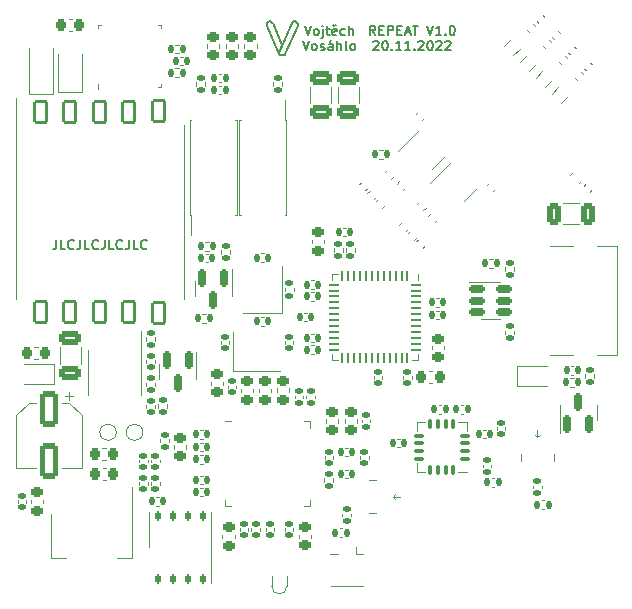
<source format=gto>
G04 #@! TF.GenerationSoftware,KiCad,Pcbnew,(6.0.9)*
G04 #@! TF.CreationDate,2022-11-26T18:32:43+01:00*
G04 #@! TF.ProjectId,repeat-hw,72657065-6174-42d6-9877-2e6b69636164,rev?*
G04 #@! TF.SameCoordinates,Original*
G04 #@! TF.FileFunction,Legend,Top*
G04 #@! TF.FilePolarity,Positive*
%FSLAX46Y46*%
G04 Gerber Fmt 4.6, Leading zero omitted, Abs format (unit mm)*
G04 Created by KiCad (PCBNEW (6.0.9)) date 2022-11-26 18:32:43*
%MOMM*%
%LPD*%
G01*
G04 APERTURE LIST*
G04 Aperture macros list*
%AMRoundRect*
0 Rectangle with rounded corners*
0 $1 Rounding radius*
0 $2 $3 $4 $5 $6 $7 $8 $9 X,Y pos of 4 corners*
0 Add a 4 corners polygon primitive as box body*
4,1,4,$2,$3,$4,$5,$6,$7,$8,$9,$2,$3,0*
0 Add four circle primitives for the rounded corners*
1,1,$1+$1,$2,$3*
1,1,$1+$1,$4,$5*
1,1,$1+$1,$6,$7*
1,1,$1+$1,$8,$9*
0 Add four rect primitives between the rounded corners*
20,1,$1+$1,$2,$3,$4,$5,0*
20,1,$1+$1,$4,$5,$6,$7,0*
20,1,$1+$1,$6,$7,$8,$9,0*
20,1,$1+$1,$8,$9,$2,$3,0*%
%AMRotRect*
0 Rectangle, with rotation*
0 The origin of the aperture is its center*
0 $1 length*
0 $2 width*
0 $3 Rotation angle, in degrees counterclockwise*
0 Add horizontal line*
21,1,$1,$2,0,0,$3*%
G04 Aperture macros list end*
%ADD10C,0.172200*%
%ADD11C,0.098115*%
%ADD12C,0.150000*%
%ADD13C,0.120000*%
%ADD14C,0.100000*%
%ADD15C,0.400000*%
%ADD16C,0.250000*%
%ADD17C,0.200000*%
%ADD18R,5.400000X5.000000*%
%ADD19RoundRect,0.225000X0.250000X-0.225000X0.250000X0.225000X-0.250000X0.225000X-0.250000X-0.225000X0*%
%ADD20RoundRect,0.135000X0.185000X-0.135000X0.185000X0.135000X-0.185000X0.135000X-0.185000X-0.135000X0*%
%ADD21R,1.500000X2.400000*%
%ADD22R,1.500000X1.050000*%
%ADD23RoundRect,0.135000X0.035355X-0.226274X0.226274X-0.035355X-0.035355X0.226274X-0.226274X0.035355X0*%
%ADD24RoundRect,0.140000X-0.219203X-0.021213X-0.021213X-0.219203X0.219203X0.021213X0.021213X0.219203X0*%
%ADD25RoundRect,0.140000X0.140000X0.170000X-0.140000X0.170000X-0.140000X-0.170000X0.140000X-0.170000X0*%
%ADD26RoundRect,0.135000X-0.035355X0.226274X-0.226274X0.035355X0.035355X-0.226274X0.226274X-0.035355X0*%
%ADD27RoundRect,0.150000X-0.256326X-0.468458X0.468458X0.256326X0.256326X0.468458X-0.468458X-0.256326X0*%
%ADD28RoundRect,0.218750X-0.114905X0.424264X-0.424264X0.114905X0.114905X-0.424264X0.424264X-0.114905X0*%
%ADD29RoundRect,0.140000X-0.170000X0.140000X-0.170000X-0.140000X0.170000X-0.140000X0.170000X0.140000X0*%
%ADD30RoundRect,0.140000X-0.140000X-0.170000X0.140000X-0.170000X0.140000X0.170000X-0.140000X0.170000X0*%
%ADD31RoundRect,0.135000X-0.135000X-0.185000X0.135000X-0.185000X0.135000X0.185000X-0.135000X0.185000X0*%
%ADD32RoundRect,0.225000X-0.250000X0.225000X-0.250000X-0.225000X0.250000X-0.225000X0.250000X0.225000X0*%
%ADD33RoundRect,0.250000X0.650000X-0.325000X0.650000X0.325000X-0.650000X0.325000X-0.650000X-0.325000X0*%
%ADD34RoundRect,0.225000X-0.225000X-0.250000X0.225000X-0.250000X0.225000X0.250000X-0.225000X0.250000X0*%
%ADD35RoundRect,0.140000X0.170000X-0.140000X0.170000X0.140000X-0.170000X0.140000X-0.170000X-0.140000X0*%
%ADD36R,1.200000X0.900000*%
%ADD37R,0.640000X2.000000*%
%ADD38RoundRect,0.135000X-0.185000X0.135000X-0.185000X-0.135000X0.185000X-0.135000X0.185000X0.135000X0*%
%ADD39RoundRect,0.150000X-0.150000X0.587500X-0.150000X-0.587500X0.150000X-0.587500X0.150000X0.587500X0*%
%ADD40RoundRect,0.140000X0.219203X0.021213X0.021213X0.219203X-0.219203X-0.021213X-0.021213X-0.219203X0*%
%ADD41R,0.500000X0.500000*%
%ADD42C,0.650000*%
%ADD43R,1.150000X0.300000*%
%ADD44O,2.100000X1.000000*%
%ADD45O,1.600000X1.000000*%
%ADD46RoundRect,0.062500X-0.062500X0.337500X-0.062500X-0.337500X0.062500X-0.337500X0.062500X0.337500X0*%
%ADD47RoundRect,0.062500X-0.337500X0.062500X-0.337500X-0.062500X0.337500X-0.062500X0.337500X0.062500X0*%
%ADD48R,5.300000X5.300000*%
%ADD49RoundRect,0.218750X0.256250X-0.218750X0.256250X0.218750X-0.256250X0.218750X-0.256250X-0.218750X0*%
%ADD50O,0.300000X0.950000*%
%ADD51O,0.950000X0.300000*%
%ADD52R,2.750000X2.750000*%
%ADD53C,0.700000*%
%ADD54O,0.800000X1.500000*%
%ADD55RoundRect,0.250000X-0.550000X1.250000X-0.550000X-1.250000X0.550000X-1.250000X0.550000X1.250000X0*%
%ADD56RoundRect,0.135000X0.135000X0.185000X-0.135000X0.185000X-0.135000X-0.185000X0.135000X-0.185000X0*%
%ADD57R,1.000000X1.050000*%
%ADD58R,1.050000X2.200000*%
%ADD59RoundRect,0.225000X0.017678X-0.335876X0.335876X-0.017678X-0.017678X0.335876X-0.335876X0.017678X0*%
%ADD60RoundRect,0.250000X0.325000X0.650000X-0.325000X0.650000X-0.325000X-0.650000X0.325000X-0.650000X0*%
%ADD61RoundRect,0.125000X0.125000X-0.262500X0.125000X0.262500X-0.125000X0.262500X-0.125000X-0.262500X0*%
%ADD62R,4.000000X3.400000*%
%ADD63RoundRect,0.127000X-0.508000X0.888000X-0.508000X-0.888000X0.508000X-0.888000X0.508000X0.888000X0*%
%ADD64RoundRect,0.140000X-0.021213X0.219203X-0.219203X0.021213X0.021213X-0.219203X0.219203X-0.021213X0*%
%ADD65R,1.400000X1.200000*%
%ADD66C,1.000000*%
%ADD67R,1.500000X2.000000*%
%ADD68R,3.800000X2.000000*%
%ADD69R,1.600000X1.440000*%
%ADD70R,3.800000X4.960000*%
%ADD71RoundRect,0.150000X0.150000X-0.587500X0.150000X0.587500X-0.150000X0.587500X-0.150000X-0.587500X0*%
%ADD72R,1.200000X1.400000*%
%ADD73R,0.580000X0.500000*%
%ADD74R,0.800000X0.750000*%
%ADD75RoundRect,0.150000X-0.512500X-0.150000X0.512500X-0.150000X0.512500X0.150000X-0.512500X0.150000X0*%
%ADD76R,0.500000X0.580000*%
%ADD77R,0.750000X0.800000*%
%ADD78RoundRect,0.075000X0.337500X0.075000X-0.337500X0.075000X-0.337500X-0.075000X0.337500X-0.075000X0*%
%ADD79RoundRect,0.075000X0.075000X0.337500X-0.075000X0.337500X-0.075000X-0.337500X0.075000X-0.337500X0*%
%ADD80R,2.700000X2.700000*%
%ADD81RoundRect,0.140000X0.021213X-0.219203X0.219203X-0.021213X-0.021213X0.219203X-0.219203X0.021213X0*%
%ADD82C,3.250000*%
%ADD83RotRect,1.800000X1.800000X135.000000*%
%ADD84C,1.800000*%
%ADD85C,1.600000*%
%ADD86C,3.000000*%
G04 APERTURE END LIST*
D10*
X152452649Y-81110222D02*
X152448406Y-81121945D01*
X152747883Y-80949678D02*
X152738660Y-80947950D01*
X152871605Y-81013162D02*
X152864523Y-81006861D01*
X153647322Y-83828423D02*
X153656216Y-83831710D01*
D11*
X155059728Y-81152014D02*
X155060337Y-81155081D01*
X152444719Y-81133837D02*
X152448397Y-81121919D01*
X152609262Y-80959126D02*
X152615537Y-80957003D01*
D10*
X153574049Y-83784797D02*
X153581477Y-83790849D01*
D11*
X153840661Y-83832798D02*
X153840661Y-83832798D01*
D10*
X153522964Y-83726274D02*
X153528453Y-83734538D01*
X153927185Y-83783775D02*
X153936581Y-83775312D01*
X155060918Y-81158201D02*
X155058394Y-81145955D01*
D11*
X152590584Y-80966512D02*
X152590584Y-80966512D01*
X154808356Y-80944326D02*
X154808355Y-80944327D01*
X153589103Y-83796564D02*
X153574049Y-83784753D01*
X154765997Y-80947184D02*
X154770652Y-80946528D01*
X153954189Y-83756880D02*
X153954189Y-83756880D01*
D10*
X153683156Y-83835147D02*
X153677131Y-83833250D01*
X153689198Y-83836890D02*
X153683156Y-83835147D01*
X153730770Y-83845996D02*
X153740374Y-83846226D01*
D11*
X155012894Y-81048255D02*
X155016150Y-81052680D01*
X155065018Y-81198750D02*
X155065068Y-81201909D01*
D10*
X152590593Y-80966538D02*
X152578438Y-80972249D01*
D11*
X154640324Y-81002789D02*
X154644010Y-80999836D01*
D10*
X154884470Y-80957032D02*
X154871862Y-80953290D01*
D11*
X152621832Y-80955049D02*
X152628145Y-80953261D01*
D10*
X154585330Y-81064831D02*
X154578570Y-81076112D01*
X154783137Y-80945221D02*
X154770649Y-80946558D01*
X154566613Y-81099988D02*
X153519800Y-83481286D01*
D11*
X155064188Y-81225694D02*
X155063745Y-81230465D01*
D10*
X155064190Y-81183065D02*
X155062853Y-81170578D01*
X153779534Y-83845417D02*
X153792021Y-83844079D01*
D11*
X154994080Y-81025977D02*
X154996242Y-81028290D01*
D10*
X153514706Y-83493712D02*
X153510292Y-83506240D01*
D11*
X153896890Y-83806086D02*
X153896890Y-83806086D01*
D10*
X152933394Y-81099987D02*
X152929162Y-81090831D01*
X152691657Y-80944369D02*
X152685316Y-80944543D01*
D11*
X154833764Y-80945983D02*
X154833764Y-80945983D01*
D10*
X153984102Y-83714526D02*
X153990348Y-83702804D01*
D11*
X154588897Y-81059329D02*
X154591651Y-81055298D01*
X152489494Y-81045148D02*
X152497459Y-81035387D01*
X154930406Y-80976847D02*
X154934732Y-80979273D01*
X152603010Y-80961417D02*
X152609262Y-80959126D01*
D10*
X153503472Y-83531515D02*
X153501050Y-83544220D01*
D11*
X154617080Y-81024260D02*
X154617080Y-81024260D01*
D10*
X154985133Y-81017009D02*
X154975697Y-81008407D01*
D11*
X154975693Y-81008366D02*
X154978097Y-81010477D01*
X154600306Y-81043592D02*
X154600306Y-81043592D01*
X153750000Y-83846057D02*
X153730760Y-83845953D01*
D10*
X152555436Y-80985255D02*
X152544603Y-80992508D01*
D11*
X153805943Y-83841818D02*
X153801322Y-83842641D01*
X154982819Y-81014780D02*
X154985134Y-81016970D01*
X154636687Y-81005812D02*
X154640324Y-81002789D01*
D10*
X152448406Y-81121945D02*
X152444728Y-81133863D01*
X152440816Y-81259126D02*
X152443894Y-81271793D01*
D11*
X155065078Y-81205072D02*
X155065047Y-81208237D01*
D10*
X153875152Y-83818446D02*
X153886162Y-83812559D01*
D11*
X152801221Y-80966815D02*
X152818028Y-80975039D01*
X152462787Y-81087420D02*
X152468675Y-81076411D01*
X154897001Y-80961408D02*
X154897001Y-80961408D01*
D10*
X155042872Y-81309351D02*
X155042872Y-81309351D01*
D11*
X155052585Y-81124856D02*
X155053523Y-81127831D01*
D10*
X153498138Y-83569659D02*
X153497633Y-83582351D01*
D11*
X153863885Y-83823744D02*
X153861030Y-83824996D01*
D10*
X153840655Y-83832836D02*
X153852377Y-83828593D01*
D11*
X155030943Y-81075713D02*
X155033599Y-81080488D01*
D10*
X155037220Y-81087447D02*
X155031332Y-81076438D01*
X153754312Y-83846265D02*
X153766957Y-83846148D01*
X153501753Y-83632437D02*
X153504277Y-83644683D01*
X154733934Y-80954123D02*
X154722016Y-80957801D01*
X152457449Y-81098715D02*
X152452649Y-81110222D01*
D11*
X152457440Y-81098689D02*
X152462787Y-81087420D01*
X155061707Y-81162782D02*
X155062420Y-81167427D01*
X155059191Y-81259079D02*
X155058115Y-81263835D01*
X155064927Y-81195595D02*
X155064927Y-81195595D01*
X152534220Y-81000205D02*
X152544594Y-80992481D01*
D10*
X154955413Y-80992510D02*
X154944581Y-80985258D01*
D11*
X153546532Y-83757689D02*
X153534219Y-83742495D01*
X155064869Y-81214577D02*
X155064723Y-81217751D01*
D10*
X152792618Y-80963189D02*
X152783885Y-80959850D01*
D11*
X154647746Y-80996955D02*
X154651528Y-80994146D01*
X155064977Y-81211406D02*
X155064869Y-81214577D01*
X153884800Y-83813272D02*
X153880691Y-83815518D01*
D10*
X152436619Y-81233698D02*
X152438394Y-81246421D01*
X153497750Y-83594996D02*
X153498481Y-83607573D01*
X155063397Y-81233696D02*
X155064533Y-81220979D01*
X152801226Y-80966841D02*
X152792618Y-80963189D01*
X153659178Y-83826624D02*
X153653242Y-83824100D01*
D11*
X155063745Y-81230465D02*
X155063212Y-81235237D01*
X153912412Y-83795484D02*
X153908599Y-83798243D01*
X153945587Y-83766315D02*
X153943372Y-83768598D01*
D10*
X153728903Y-83844623D02*
X153741620Y-83845759D01*
D11*
X154606395Y-81036120D02*
X154608479Y-81033689D01*
X154808356Y-80944326D02*
X154808356Y-80944326D01*
D10*
X154635486Y-81006862D02*
X154626090Y-81015326D01*
D11*
X154912497Y-80967871D02*
X154915549Y-80969285D01*
D10*
X154909424Y-80966540D02*
X154909424Y-80966540D01*
X153629920Y-83820887D02*
X153638554Y-83824814D01*
D11*
X155054426Y-81130817D02*
X155055293Y-81133814D01*
D10*
X153525451Y-83703191D02*
X153531339Y-83714200D01*
D11*
X152514875Y-81016981D02*
X152524310Y-81008378D01*
X154996242Y-81028290D02*
X154998374Y-81030627D01*
X155002544Y-81035372D02*
X155002544Y-81035372D01*
X152440807Y-81259099D02*
X152438385Y-81246394D01*
X154958052Y-80994347D02*
X154960659Y-80996263D01*
X152436610Y-81233672D02*
X152435474Y-81220955D01*
D10*
X154965788Y-81000233D02*
X154955413Y-80992510D01*
X153907319Y-83799197D02*
X153917424Y-83791740D01*
X152457144Y-81309354D02*
X152457144Y-81309354D01*
X153665227Y-83834672D02*
X153674344Y-83837305D01*
D11*
X155054331Y-81278056D02*
X155052883Y-81282778D01*
X153503953Y-83690609D02*
X153503953Y-83690609D01*
X154965787Y-81000181D02*
X154965787Y-81000181D01*
X153919895Y-83789751D02*
X153916177Y-83792653D01*
X154773764Y-80946135D02*
X154776880Y-80945778D01*
X155038604Y-81090194D02*
X155040951Y-81095120D01*
X154875025Y-80954121D02*
X154879755Y-80955508D01*
D10*
X152809700Y-80970801D02*
X152801226Y-80966841D01*
D11*
X152439089Y-81158175D02*
X152441613Y-81145930D01*
D10*
X152497468Y-81035413D02*
X152489503Y-81045175D01*
D11*
X153776401Y-83845615D02*
X153773259Y-83845819D01*
X155062420Y-81167427D02*
X155063050Y-81172087D01*
X154943195Y-80984339D02*
X154947333Y-80986977D01*
X154884475Y-80956989D02*
X154887615Y-80958030D01*
D10*
X154821051Y-80944879D02*
X154808359Y-80944373D01*
D11*
X153792028Y-83844037D02*
X153792028Y-83844037D01*
D10*
X153546531Y-83757733D02*
X153553063Y-83764920D01*
D11*
X155047363Y-81110174D02*
X155047363Y-81110174D01*
X153938867Y-83773075D02*
X153936578Y-83775267D01*
X153711686Y-83844434D02*
X153692854Y-83841527D01*
X155049701Y-81292189D02*
X155047967Y-81296875D01*
D10*
X152659886Y-80946818D02*
X152653526Y-80947786D01*
X152447636Y-81284401D02*
X152452050Y-81296928D01*
X154846490Y-80947790D02*
X154833768Y-80946015D01*
D11*
X155042867Y-81309309D02*
X153996063Y-83690605D01*
X154789411Y-80944735D02*
X154792558Y-80944571D01*
X154608479Y-81033689D02*
X154610590Y-81031288D01*
X153785796Y-83844781D02*
X153782671Y-83845096D01*
X153896890Y-83806086D02*
X153892901Y-83808555D01*
D10*
X153945590Y-83766359D02*
X153954193Y-83756923D01*
D11*
X152468675Y-81076411D02*
X152475094Y-81065681D01*
D10*
X153678201Y-83833606D02*
X153690809Y-83837347D01*
D11*
X154623798Y-81017493D02*
X154626088Y-81015299D01*
X153988838Y-83705732D02*
X153984911Y-83713042D01*
X154989667Y-81021424D02*
X154991888Y-81023688D01*
D10*
X153519793Y-83481284D02*
X153519793Y-83481284D01*
D11*
X153952078Y-83759284D02*
X153949941Y-83761658D01*
X154572327Y-81087807D02*
X154573839Y-81084836D01*
D10*
X152653526Y-80947786D02*
X152647170Y-80948916D01*
D11*
X153931928Y-83779561D02*
X153929567Y-83781662D01*
X152666238Y-80945984D02*
X152672599Y-80945336D01*
X154597356Y-81047429D02*
X154600306Y-81043592D01*
X154851260Y-80948582D02*
X154856024Y-80949505D01*
X153638549Y-83824769D02*
X153621428Y-83816601D01*
D10*
X153515298Y-83680416D02*
X153511055Y-83668693D01*
D11*
X155016150Y-81052680D02*
X155019308Y-81057168D01*
X154830584Y-80945638D02*
X154833764Y-80945983D01*
X154870285Y-80952828D02*
X154875025Y-80954121D01*
D10*
X153766957Y-83846148D02*
X153779534Y-83845417D01*
D11*
X154651528Y-80994146D02*
X154655357Y-80991409D01*
D10*
X152438394Y-81246421D02*
X152440816Y-81259126D01*
D11*
X155064927Y-81195595D02*
X155065018Y-81198750D01*
X152924631Y-81081891D02*
X152933400Y-81099960D01*
D10*
X153750011Y-83846099D02*
X153743932Y-83845834D01*
D11*
X155028185Y-81070992D02*
X155030943Y-81075713D01*
D10*
X153534216Y-83742539D02*
X153540245Y-83750271D01*
X153498481Y-83607573D02*
X153499818Y-83620060D01*
X152435826Y-81183067D02*
X152435094Y-81195644D01*
X154795714Y-80944490D02*
X154783137Y-80945221D01*
D11*
X153876543Y-83817689D02*
X153872359Y-83819784D01*
X154960659Y-80996263D02*
X154963237Y-80998208D01*
X152441613Y-81145930D02*
X152444719Y-81133837D01*
D10*
X152524319Y-81008405D02*
X152514884Y-81017007D01*
D11*
X154973260Y-81006279D02*
X154975693Y-81008366D01*
X152678956Y-80944847D02*
X152685306Y-80944516D01*
D10*
X154566613Y-81099988D02*
X154566613Y-81099988D01*
D11*
X154987417Y-81019185D02*
X154989667Y-81021424D01*
D10*
X153653248Y-83824098D02*
X153665673Y-83829192D01*
X153498475Y-83607571D02*
X153497743Y-83594994D01*
D11*
X155058401Y-81145908D02*
X155058401Y-81145908D01*
D10*
X153525445Y-83703191D02*
X153520098Y-83691922D01*
D11*
X154742995Y-80951710D02*
X154747556Y-80950640D01*
D10*
X153499812Y-83620059D02*
X153498475Y-83607571D01*
X152609271Y-80959152D02*
X152603019Y-80961444D01*
X152505931Y-81026017D02*
X152497468Y-81035413D01*
D11*
X154600306Y-81043592D02*
X154602308Y-81041071D01*
X152438385Y-81246394D02*
X152436610Y-81233672D01*
X154614891Y-81026573D02*
X154617080Y-81024260D01*
D10*
X155051610Y-81121945D02*
X155047367Y-81110222D01*
X154975697Y-81008407D02*
X154965788Y-81000233D01*
D11*
X154808355Y-80944327D02*
X154811525Y-80944394D01*
D10*
X152489503Y-81045175D02*
X152482046Y-81055280D01*
D11*
X152659877Y-80946791D02*
X152666238Y-80945984D01*
X155047967Y-81296875D02*
X155047967Y-81296875D01*
X153512854Y-83708926D02*
X153503953Y-83690609D01*
D10*
X153503949Y-83690651D02*
X153503949Y-83690651D01*
X152468684Y-81076437D02*
X152462796Y-81087447D01*
D11*
X153604921Y-83807190D02*
X153589103Y-83796564D01*
X155064540Y-81220927D02*
X155064188Y-81225694D01*
X154890749Y-80959114D02*
X154893878Y-80960240D01*
D10*
X155047367Y-81110222D02*
X155042567Y-81098716D01*
D11*
X155057679Y-81142870D02*
X155058401Y-81145908D01*
X155055686Y-81273324D02*
X155054331Y-81278056D01*
X154991888Y-81023688D02*
X154994080Y-81025977D01*
X155064723Y-81217751D02*
X155064540Y-81220927D01*
D10*
X154665780Y-80984498D02*
X154655352Y-80991440D01*
X154572324Y-81087834D02*
X154566613Y-81099988D01*
D11*
X154698788Y-80966820D02*
X154707399Y-80963166D01*
D10*
X153501050Y-83544220D02*
X153499275Y-83556941D01*
D11*
X154903224Y-80963865D02*
X154906324Y-80965157D01*
X153949941Y-83761658D02*
X153947777Y-83764001D01*
D10*
X153497626Y-83582349D02*
X153498132Y-83569657D01*
D11*
X152691647Y-80944342D02*
X152691647Y-80944342D01*
D10*
X154698787Y-80966844D02*
X154687519Y-80972191D01*
X154626090Y-81015326D02*
X154617081Y-81024279D01*
D11*
X153971942Y-83733933D02*
X153967241Y-83740544D01*
X152914683Y-81064803D02*
X152924631Y-81081891D01*
X154575383Y-81081892D02*
X154576961Y-81078975D01*
X154733942Y-80954094D02*
X154733942Y-80954094D01*
X155059191Y-81259079D02*
X155059191Y-81259079D01*
X153773259Y-83845819D02*
X153770112Y-83845986D01*
D10*
X154687519Y-80972191D02*
X154676509Y-80978079D01*
X152666248Y-80946011D02*
X152659886Y-80946818D01*
D11*
X155059084Y-81148956D02*
X155059728Y-81152014D01*
D10*
X153653242Y-83824100D02*
X153641087Y-83818389D01*
X153499268Y-83556939D02*
X153501043Y-83544217D01*
D11*
X153980783Y-83720180D02*
X153976458Y-83727145D01*
D10*
X152590593Y-80966538D02*
X152590593Y-80966538D01*
X154676509Y-80978079D02*
X154665780Y-80984498D01*
D11*
X153843611Y-83831789D02*
X153840661Y-83832798D01*
D10*
X152903621Y-81048752D02*
X152897700Y-81041101D01*
D11*
X155064058Y-81181452D02*
X155064434Y-81186155D01*
X152783878Y-80959823D02*
X152801221Y-80966815D01*
X153754310Y-83846236D02*
X153754310Y-83846236D01*
X153840661Y-83832798D02*
X153837699Y-83833770D01*
X154814699Y-80944503D02*
X154817875Y-80944652D01*
X155063212Y-81235237D02*
X155062589Y-81240010D01*
X154994080Y-81025977D02*
X154994080Y-81025977D01*
D10*
X154808359Y-80944373D02*
X154795714Y-80944490D01*
X153568580Y-83764621D02*
X153560117Y-83755225D01*
D11*
X154663141Y-80986165D02*
X154665775Y-80984479D01*
D10*
X153501747Y-83632436D02*
X153499812Y-83620059D01*
X153641093Y-83818386D02*
X153653248Y-83824098D01*
X153750011Y-82957595D02*
X153750011Y-82957595D01*
X152640821Y-80950209D02*
X152634481Y-80951666D01*
D11*
X153754310Y-83846236D02*
X153750000Y-83846057D01*
X154975693Y-81008366D02*
X154975693Y-81008366D01*
D10*
X154608479Y-81033714D02*
X154600305Y-81043624D01*
D11*
X154665775Y-80984479D02*
X154673796Y-80979615D01*
D10*
X152435094Y-81195644D02*
X152434977Y-81208289D01*
D11*
X155025326Y-81066326D02*
X155028185Y-81070992D01*
D10*
X153537752Y-83724930D02*
X153531333Y-83714201D01*
X153641087Y-83818389D02*
X153629366Y-83812142D01*
X153977342Y-83725807D02*
X153984102Y-83714526D01*
X153896891Y-83806140D02*
X153907319Y-83799197D01*
D11*
X153828739Y-83836472D02*
X153828739Y-83836472D01*
X154980473Y-81012615D02*
X154982819Y-81014780D01*
D10*
X153515304Y-83680416D02*
X153520104Y-83691922D01*
D11*
X155055293Y-81133814D02*
X155056124Y-81136822D01*
X154629567Y-81012067D02*
X154633101Y-81008905D01*
X154865538Y-80951627D02*
X154870285Y-80952828D01*
D10*
X153852377Y-83828593D02*
X153863884Y-83823794D01*
X155058394Y-81145955D02*
X155055288Y-81133863D01*
D11*
X154821052Y-80944837D02*
X154824229Y-80945062D01*
X155047967Y-81296875D02*
X155046757Y-81299994D01*
X155065047Y-81208237D02*
X155064977Y-81211406D01*
D10*
X154722016Y-80957801D02*
X154710293Y-80962044D01*
D11*
X155062589Y-81240010D02*
X155061875Y-81244782D01*
D10*
X152766080Y-80954119D02*
X152757026Y-80951736D01*
D11*
X154665775Y-80984479D02*
X154665775Y-80984479D01*
X153954189Y-83756880D02*
X153952078Y-83759284D01*
X152505922Y-81025991D02*
X152514875Y-81016981D01*
D10*
X152475103Y-81065708D02*
X152468684Y-81076437D01*
D11*
X154569405Y-81093830D02*
X154570849Y-81090805D01*
X153849471Y-83829664D02*
X153846547Y-83830744D01*
X154681977Y-80975048D02*
X154690311Y-80970781D01*
X155064724Y-81190869D02*
X155064927Y-81195595D01*
X152729357Y-80946528D02*
X152747875Y-80949652D01*
X155063596Y-81176763D02*
X155064058Y-81181452D01*
D10*
X152566717Y-80978495D02*
X152555436Y-80985255D01*
D11*
X152443885Y-81271767D02*
X152440807Y-81259099D01*
D10*
X152534229Y-81000231D02*
X152524319Y-81008405D01*
D11*
X154578571Y-81076086D02*
X154581047Y-81071803D01*
X153960357Y-83749495D02*
X153958329Y-83751986D01*
D10*
X153499818Y-83620060D02*
X153501753Y-83632437D01*
X153621431Y-83816646D02*
X153629920Y-83820887D01*
X154578570Y-81076112D02*
X154572324Y-81087834D01*
X153962366Y-83747014D02*
X153970090Y-83736639D01*
D11*
X154786269Y-80944938D02*
X154789411Y-80944735D01*
X153750002Y-82957568D02*
X153750002Y-82957568D01*
D10*
X153725664Y-83844178D02*
X153719572Y-83843335D01*
X153586968Y-83782233D02*
X153577533Y-83773631D01*
X153695254Y-83838480D02*
X153689198Y-83836890D01*
X153613096Y-83812093D02*
X153621431Y-83816646D01*
D11*
X154817875Y-80944652D02*
X154821052Y-80944837D01*
X152933400Y-81099960D02*
X153750002Y-82957568D01*
X153522968Y-83726231D02*
X153512854Y-83708926D01*
D10*
X155010513Y-81045176D02*
X155002549Y-81035415D01*
X152544603Y-80992508D02*
X152534229Y-81000231D01*
D11*
X154594471Y-81051331D02*
X154597356Y-81047429D01*
D10*
X152514884Y-81017007D02*
X152505931Y-81026017D01*
D11*
X155002544Y-81035372D02*
X155006090Y-81039599D01*
X154633101Y-81008905D02*
X154636687Y-81005812D01*
X155056947Y-81268583D02*
X155055686Y-81273324D01*
D10*
X154933300Y-80978498D02*
X154921578Y-80972252D01*
X153498132Y-83569657D02*
X153499268Y-83556939D01*
D11*
X154921573Y-80972213D02*
X154926020Y-80974493D01*
D10*
X152826212Y-80979632D02*
X152818032Y-80975066D01*
X153743932Y-83845834D02*
X153737846Y-83845426D01*
X152909283Y-81056663D02*
X152903621Y-81048752D01*
D11*
X153956273Y-83754447D02*
X153954189Y-83756880D01*
D10*
X153863884Y-83823794D02*
X153875152Y-83818446D01*
X155002549Y-81035415D02*
X154994086Y-81026019D01*
X153506550Y-83518847D02*
X153503472Y-83531515D01*
D11*
X152647161Y-80948890D02*
X152653517Y-80947760D01*
X154578571Y-81076086D02*
X154578571Y-81076086D01*
D10*
X153629366Y-83812142D02*
X153618084Y-83805383D01*
D11*
X154573839Y-81084836D02*
X154575383Y-81081892D01*
D10*
X153540245Y-83750271D02*
X153546531Y-83757733D01*
X153740374Y-83846226D02*
X153750011Y-83846099D01*
X153737846Y-83845426D02*
X153731756Y-83844875D01*
D11*
X152747875Y-80949652D02*
X152766073Y-80954093D01*
X154836946Y-80946364D02*
X154840129Y-80946785D01*
X152497459Y-81035387D02*
X152505922Y-81025991D01*
X154660527Y-80987880D02*
X154663141Y-80986165D01*
D10*
X153520098Y-83691922D02*
X153515298Y-83680416D01*
D11*
X155064540Y-81220927D02*
X155064540Y-81220927D01*
D10*
X153792021Y-83844079D02*
X153804399Y-83842145D01*
X155061621Y-81246418D02*
X155063397Y-81233696D01*
D11*
X152653517Y-80947760D02*
X152659877Y-80946791D01*
X152891533Y-81033687D02*
X152903626Y-81048726D01*
X154604338Y-81038581D02*
X154606395Y-81036120D01*
D10*
X153552158Y-83745462D02*
X153560122Y-83755223D01*
X153607258Y-83798128D02*
X153618090Y-83805380D01*
X153674344Y-83837305D02*
X153683559Y-83839606D01*
D11*
X154673796Y-80979615D02*
X154681977Y-80975048D01*
X155006090Y-81039599D02*
X155009541Y-81043894D01*
D10*
X154655352Y-80991440D02*
X154645247Y-80998898D01*
X153504271Y-83644682D02*
X153501747Y-83632436D01*
X154994086Y-81026019D02*
X154985133Y-81017009D01*
X154746027Y-80951018D02*
X154733934Y-80954123D01*
D11*
X153796684Y-83843381D02*
X153792028Y-83844037D01*
D10*
X152621841Y-80955075D02*
X152615546Y-80957030D01*
D11*
X153831737Y-83835605D02*
X153828739Y-83836472D01*
D10*
X152615546Y-80957030D02*
X152609271Y-80959152D01*
D11*
X153908599Y-83798243D02*
X153904740Y-83800930D01*
D10*
X152434977Y-81208289D02*
X152435483Y-81220981D01*
X152729366Y-80946554D02*
X152720010Y-80945495D01*
X155065038Y-81208287D02*
X155064921Y-81195642D01*
X152437163Y-81170579D02*
X152435826Y-81183067D01*
X153528453Y-83734538D02*
X153534216Y-83742539D01*
D11*
X153559834Y-83771785D02*
X153546532Y-83757689D01*
D10*
X153653242Y-83824100D02*
X153653242Y-83824100D01*
X155017971Y-81055281D02*
X155010513Y-81045176D01*
D11*
X153782671Y-83845096D02*
X153779539Y-83845374D01*
D10*
X153544695Y-83735358D02*
X153537752Y-83724930D01*
D11*
X153992557Y-83698252D02*
X153988838Y-83705732D01*
X152448397Y-81121919D02*
X152452640Y-81110196D01*
X154770652Y-80946528D02*
X154770652Y-80946528D01*
D10*
X153828736Y-83836515D02*
X153840655Y-83832836D01*
X153719572Y-83843335D02*
X153713483Y-83842345D01*
D11*
X152434968Y-81208263D02*
X152435085Y-81195617D01*
D10*
X154859195Y-80950212D02*
X154846490Y-80947790D01*
X152897700Y-81041101D02*
X152891529Y-81033713D01*
D11*
X153855278Y-83827399D02*
X153852381Y-83828549D01*
D10*
X153954193Y-83756923D02*
X153962366Y-83747014D01*
D11*
X152878475Y-81019714D02*
X152891533Y-81033687D01*
D10*
X152775036Y-80956825D02*
X152766080Y-80954119D01*
D11*
X153900837Y-83803544D02*
X153896890Y-83806086D01*
D10*
X153804399Y-83842145D02*
X153816644Y-83839620D01*
D11*
X152691647Y-80944342D02*
X152710591Y-80944749D01*
X154909419Y-80966493D02*
X154909419Y-80966493D01*
D10*
X153596878Y-83790407D02*
X153586968Y-83782233D01*
D11*
X152524310Y-81008378D02*
X152534220Y-81000205D01*
D10*
X155064921Y-81195642D02*
X155064190Y-81183065D01*
D11*
X153763804Y-83846207D02*
X153760642Y-83846255D01*
D10*
X152678965Y-80944874D02*
X152672608Y-80945363D01*
D11*
X154968308Y-81002185D02*
X154970798Y-81004218D01*
D10*
X153589104Y-83796608D02*
X153596923Y-83802071D01*
X153936581Y-83775312D02*
X153945590Y-83766359D01*
D11*
X154581047Y-81071803D02*
X154583594Y-81067583D01*
D10*
X153716181Y-83842848D02*
X153728903Y-83844623D01*
D11*
X155056920Y-81139841D02*
X155057679Y-81142870D01*
D10*
X154871862Y-80953290D02*
X154859195Y-80950212D01*
D11*
X154802026Y-80944307D02*
X154805189Y-80944297D01*
X154783133Y-80945178D02*
X154783133Y-80945178D01*
D10*
X152891529Y-81033713D02*
X152885117Y-81026592D01*
D11*
X154738457Y-80952861D02*
X154742995Y-80951710D01*
X154998374Y-81030627D02*
X155000475Y-81032987D01*
D10*
X153692862Y-83841571D02*
X153702244Y-83843196D01*
D11*
X152710591Y-80944749D02*
X152729357Y-80946528D01*
D10*
X152672608Y-80945363D02*
X152666248Y-80946011D01*
D11*
X154776880Y-80945778D02*
X154780002Y-80945458D01*
D10*
X153497743Y-83594994D02*
X153497626Y-83582349D01*
D11*
X154906324Y-80965157D02*
X154909419Y-80966493D01*
X153936578Y-83775267D02*
X153934265Y-83777430D01*
D10*
X152710600Y-80944775D02*
X152701147Y-80944398D01*
D11*
X154657933Y-80989627D02*
X154660527Y-80987880D01*
X154955416Y-80992460D02*
X154958052Y-80994347D01*
X155044205Y-81306212D02*
X155042867Y-81309309D01*
X154918574Y-80970733D02*
X154921573Y-80972213D01*
X154827406Y-80945330D02*
X154830584Y-80945638D01*
X153962359Y-83746974D02*
X153960357Y-83749495D01*
X154724985Y-80956800D02*
X154733942Y-80954094D01*
X154985134Y-81016970D02*
X154987417Y-81019185D01*
D10*
X155059199Y-81259123D02*
X155061621Y-81246418D01*
X155064533Y-81220979D02*
X155065038Y-81208287D01*
D11*
X153692854Y-83841527D02*
X153674337Y-83837261D01*
D10*
X152757026Y-80951736D02*
X152747883Y-80949678D01*
X154833768Y-80946015D02*
X154821051Y-80944879D01*
D11*
X152447627Y-81284375D02*
X152443885Y-81271767D01*
D10*
X153560117Y-83755225D02*
X153552152Y-83745463D01*
X153656216Y-83831710D02*
X153665227Y-83834672D01*
D11*
X152555426Y-80985229D02*
X152566708Y-80978469D01*
X154733942Y-80954094D02*
X154738457Y-80952861D01*
X153760642Y-83846255D02*
X153757477Y-83846264D01*
X154884475Y-80956989D02*
X154884475Y-80956989D01*
X154856024Y-80949505D02*
X154860784Y-80950520D01*
X152435085Y-81195617D02*
X152435817Y-81183040D01*
X154900116Y-80962616D02*
X154903224Y-80963865D01*
X153892901Y-83808555D02*
X153888871Y-83810951D01*
D10*
X154944581Y-80985258D02*
X154933300Y-80978498D01*
D11*
X153824224Y-83837704D02*
X153819686Y-83838855D01*
D10*
X153497633Y-83582351D02*
X153497750Y-83594996D01*
X152457144Y-81309354D02*
X153503949Y-83690651D01*
D11*
X154792558Y-80944571D02*
X154795710Y-80944444D01*
X155052883Y-81282778D02*
X155051340Y-81287489D01*
X153929567Y-83781662D02*
X153927183Y-83783732D01*
D10*
X153713483Y-83842345D02*
X153707399Y-83841207D01*
D11*
X153621428Y-83816601D02*
X153604921Y-83807190D01*
D10*
X152842081Y-80989654D02*
X152834231Y-80984496D01*
X152578438Y-80972249D02*
X152566717Y-80978495D01*
D11*
X154576961Y-81078975D02*
X154578571Y-81076086D01*
X153880691Y-83815518D02*
X153876543Y-83817689D01*
X153943372Y-83768598D02*
X153941132Y-83770852D01*
D10*
X153638554Y-83824814D02*
X153647322Y-83828423D01*
D11*
X153934265Y-83777430D02*
X153931928Y-83779561D01*
X154747556Y-80950640D02*
X154752137Y-80949652D01*
X153852381Y-83828549D02*
X153849471Y-83829664D01*
D10*
X154645247Y-80998898D02*
X154635486Y-81006862D01*
D11*
X154887615Y-80958030D02*
X154890749Y-80959114D01*
X155019308Y-81057168D02*
X155022366Y-81061718D01*
X153868139Y-83821803D02*
X153863885Y-83823744D01*
X154644010Y-80999836D02*
X154647746Y-80996955D01*
D10*
X153559833Y-83771829D02*
X153566832Y-83778456D01*
D11*
X154963237Y-80998208D02*
X154965787Y-81000181D01*
X152766073Y-80954093D02*
X152783878Y-80959823D01*
X154619295Y-81021975D02*
X154621534Y-81019719D01*
X152818028Y-80975039D02*
X152834229Y-80984469D01*
D10*
X153665673Y-83829192D02*
X153678201Y-83833606D01*
D11*
X155047363Y-81110174D02*
X155048478Y-81113085D01*
X154955416Y-80992460D02*
X154955416Y-80992460D01*
D10*
X154617081Y-81024279D02*
X154608479Y-81033714D01*
D11*
X153996063Y-83690605D02*
X153992557Y-83698252D01*
D10*
X153604923Y-83807234D02*
X153613096Y-83812093D01*
D11*
X154602308Y-81041071D02*
X154604338Y-81038581D01*
X152437154Y-81170553D02*
X152439089Y-81158175D01*
D10*
X153816644Y-83839620D02*
X153828736Y-83836515D01*
D11*
X153888871Y-83810951D02*
X153884800Y-83813272D01*
X154752137Y-80949652D02*
X154756739Y-80948746D01*
X154978097Y-81010477D02*
X154980473Y-81012615D01*
X153750002Y-82957568D02*
X154566618Y-81099960D01*
D10*
X152462796Y-81087447D02*
X152457449Y-81098715D01*
D11*
X155061071Y-81249552D02*
X155060177Y-81254318D01*
X155065068Y-81201909D02*
X155065078Y-81205072D01*
D10*
X154592582Y-81053998D02*
X154585330Y-81064831D01*
D11*
X152578429Y-80972223D02*
X152590584Y-80966512D01*
D10*
X152720010Y-80945495D02*
X152710600Y-80944775D01*
D11*
X152435817Y-81183040D02*
X152437154Y-81170553D01*
D10*
X152439098Y-81158202D02*
X152437163Y-81170579D01*
D11*
X154840129Y-80946785D02*
X154843312Y-80947247D01*
D10*
X155056121Y-81271790D02*
X155059199Y-81259123D01*
X153511061Y-83668693D02*
X153515304Y-83680416D01*
X154710293Y-80962044D02*
X154698787Y-80966844D01*
D11*
X154566618Y-81099960D02*
X154567995Y-81096882D01*
X154617080Y-81024260D02*
X154619295Y-81021975D01*
D10*
X153503949Y-83690651D02*
X153508243Y-83699935D01*
D11*
X155058115Y-81263835D02*
X155056947Y-81268583D01*
X154798866Y-80944356D02*
X154802026Y-80944307D01*
D10*
X154921578Y-80972252D02*
X154909424Y-80966540D01*
D11*
X154655357Y-80991409D02*
X154655357Y-80991409D01*
X155050601Y-81118945D02*
X155051611Y-81121894D01*
D10*
X152885117Y-81026592D02*
X152878473Y-81019740D01*
X152603019Y-80961444D02*
X152596792Y-80963905D01*
D11*
X153984911Y-83713042D02*
X153980783Y-83720180D01*
X153819686Y-83838855D02*
X153815126Y-83839925D01*
X155058401Y-81145908D02*
X155059084Y-81148956D01*
X154612727Y-81028916D02*
X154614891Y-81026573D01*
X152452640Y-81110196D02*
X152457440Y-81098689D01*
D10*
X153553063Y-83764920D02*
X153559833Y-83771829D01*
X153917424Y-83791740D02*
X153927185Y-83783775D01*
X153568585Y-83764619D02*
X153577539Y-83773629D01*
X153731756Y-83844875D02*
X153725664Y-83844178D01*
D11*
X153858161Y-83826215D02*
X153855278Y-83827399D01*
X154626088Y-81015299D02*
X154626088Y-81015299D01*
D10*
X155047966Y-81296926D02*
X155052379Y-81284398D01*
D11*
X152903626Y-81048726D02*
X152914683Y-81064803D01*
X154843312Y-80947247D02*
X154846492Y-80947750D01*
X154567995Y-81096882D02*
X154569405Y-81093830D01*
D10*
X153517760Y-83717750D02*
X153522964Y-83726274D01*
D11*
X153757477Y-83846264D02*
X153754310Y-83846236D01*
D10*
X154909424Y-80966540D02*
X154909424Y-80966540D01*
D11*
X152640812Y-80950183D02*
X152647161Y-80948890D01*
D10*
X153514699Y-83493710D02*
X153519793Y-83481284D01*
X153596883Y-83790405D02*
X153607258Y-83798128D01*
X152443894Y-81271793D02*
X152447636Y-81284401D01*
X153519793Y-83481284D02*
X153750011Y-82957595D01*
X152857236Y-81000840D02*
X152849752Y-80995103D01*
D11*
X152615537Y-80957003D02*
X152621832Y-80955049D01*
X155049557Y-81116008D02*
X155050601Y-81118945D01*
D10*
X152933394Y-81099987D02*
X152933394Y-81099987D01*
D11*
X154909419Y-80966493D02*
X154912497Y-80967871D01*
D10*
X152864523Y-81006861D02*
X152857236Y-81000840D01*
X152628154Y-80953288D02*
X152621841Y-80955075D01*
X154770649Y-80946558D02*
X154758272Y-80948493D01*
D11*
X154811525Y-80944394D02*
X154814699Y-80944503D01*
X155063050Y-81172087D02*
X155063596Y-81176763D01*
D10*
X153618090Y-83805380D02*
X153629371Y-83812140D01*
X153519800Y-83481286D02*
X153514706Y-83493712D01*
X152452050Y-81296928D02*
X152457144Y-81309354D01*
X153721207Y-83845412D02*
X153730770Y-83845996D01*
X153702244Y-83843196D02*
X153711695Y-83844477D01*
X153507383Y-83656775D02*
X153511061Y-83668693D01*
X152929162Y-81090831D02*
X152924625Y-81081917D01*
D11*
X155048478Y-81113085D02*
X155049557Y-81116008D01*
D10*
X152701147Y-80944398D02*
X152691657Y-80944369D01*
D11*
X154583594Y-81067583D02*
X154586211Y-81063424D01*
D10*
X153607252Y-83798130D02*
X153596878Y-83790407D01*
X153671125Y-83831198D02*
X153665139Y-83828989D01*
D11*
X155033599Y-81080488D02*
X155036153Y-81085316D01*
X152452040Y-81296902D02*
X152447627Y-81284375D01*
D10*
X155055288Y-81133863D02*
X155051610Y-81121945D01*
D11*
X155045502Y-81303106D02*
X155044205Y-81306212D01*
D10*
X152441622Y-81145956D02*
X152439098Y-81158202D01*
D11*
X153828739Y-83836472D02*
X153824224Y-83837704D01*
D10*
X153618084Y-83805383D02*
X153607252Y-83798130D01*
X153531339Y-83714200D02*
X153537758Y-83724929D01*
X154909424Y-80966540D02*
X154896998Y-80961446D01*
D11*
X152566708Y-80978469D02*
X152578429Y-80972223D01*
D10*
X153653248Y-83824098D02*
X153653248Y-83824098D01*
D11*
X154821052Y-80944837D02*
X154821052Y-80944837D01*
D10*
X153996059Y-83690650D02*
X155042872Y-81309351D01*
D11*
X153766960Y-83846116D02*
X153766960Y-83846116D01*
X153861030Y-83824996D02*
X153858161Y-83826215D01*
X152685306Y-80944516D02*
X152691647Y-80944342D01*
X154879755Y-80955508D02*
X154884475Y-80956989D01*
X154934732Y-80979273D02*
X154938995Y-80981771D01*
D10*
X153750011Y-83846099D02*
X153750011Y-83846099D01*
D11*
X154860784Y-80950520D02*
X154865538Y-80951627D01*
D10*
X153508243Y-83699935D02*
X153512850Y-83708969D01*
D11*
X154570849Y-81090805D02*
X154572327Y-81087807D01*
X155051611Y-81121894D02*
X155051611Y-81121894D01*
D10*
X153711695Y-83844477D02*
X153721207Y-83845412D01*
D11*
X153976458Y-83727145D02*
X153971942Y-83733933D01*
X155051611Y-81121894D02*
X155052585Y-81124856D01*
X153766960Y-83846116D02*
X153763804Y-83846207D01*
X153815126Y-83839925D02*
X153810544Y-83840912D01*
X154626088Y-81015299D02*
X154629567Y-81012067D01*
X154707399Y-80963166D02*
X154716135Y-80959825D01*
D10*
X153577539Y-83773629D02*
X153586974Y-83782231D01*
X153886162Y-83812559D02*
X153896891Y-83806140D01*
D11*
X154770652Y-80946528D02*
X154773764Y-80946135D01*
X154586211Y-81063424D02*
X154588897Y-81059329D01*
D10*
X153510285Y-83506237D02*
X153514699Y-83493710D01*
X153586974Y-83782231D02*
X153596883Y-83790405D01*
X152924625Y-81081917D02*
X152919794Y-81073249D01*
D11*
X154921573Y-80972213D02*
X154921573Y-80972213D01*
D10*
X152818032Y-80975066D02*
X152809700Y-80970801D01*
X153499275Y-83556941D02*
X153498138Y-83569659D01*
D11*
X155040951Y-81095120D02*
X155043194Y-81100093D01*
X154970798Y-81004218D02*
X154973260Y-81006279D01*
X153574049Y-83784753D02*
X153559834Y-83771785D01*
D10*
X155024913Y-81065709D02*
X155017971Y-81055281D01*
D11*
X153936578Y-83775267D02*
X153936578Y-83775267D01*
X155036153Y-81085316D02*
X155038604Y-81090194D01*
D10*
X153531333Y-83714201D02*
X153525445Y-83703191D01*
D11*
X154621534Y-81019719D02*
X154623798Y-81017493D01*
D10*
X155052379Y-81284398D02*
X155056121Y-81271790D01*
X152914677Y-81064830D02*
X152909283Y-81056663D01*
X152849752Y-80995103D02*
X152842081Y-80989654D01*
D11*
X152628145Y-80953261D02*
X152634472Y-80951639D01*
D10*
X155031332Y-81076438D02*
X155024913Y-81065709D01*
X153741620Y-83845759D02*
X153754312Y-83846265D01*
X153504277Y-83644683D02*
X153507383Y-83656775D01*
X154896998Y-80961446D02*
X154884470Y-80957032D01*
X153581477Y-83790849D02*
X153589104Y-83796608D01*
X152783885Y-80959850D02*
X152775036Y-80956825D01*
D11*
X153923564Y-83786777D02*
X153919895Y-83789751D01*
D10*
X152647170Y-80948916D02*
X152640821Y-80950209D01*
X152691657Y-80944369D02*
X152691657Y-80944369D01*
D11*
X153927183Y-83783732D02*
X153927183Y-83783732D01*
D10*
X152691657Y-80944369D02*
X152691657Y-80944369D01*
D11*
X153916177Y-83792653D02*
X153912412Y-83795484D01*
X152672599Y-80945336D02*
X152678956Y-80944847D01*
X155060912Y-81158155D02*
X155060912Y-81158155D01*
X154716135Y-80959825D02*
X154724985Y-80956800D01*
X152864524Y-81006834D02*
X152878475Y-81019714D01*
X153810544Y-83840912D02*
X153805943Y-83841818D01*
X155056124Y-81136822D02*
X155056920Y-81139841D01*
D10*
X153970090Y-83736639D02*
X153977342Y-83725807D01*
D11*
X155000475Y-81032987D02*
X155002544Y-81035372D01*
X155009541Y-81043894D02*
X155012894Y-81048255D01*
X152457134Y-81309328D02*
X152457134Y-81309328D01*
X153534219Y-83742495D02*
X153522968Y-83726231D01*
D10*
X153519800Y-83481286D02*
X153519800Y-83481286D01*
D11*
X154951406Y-80989685D02*
X154955416Y-80992460D01*
D10*
X154758272Y-80948493D02*
X154746027Y-80951018D01*
D11*
X154756739Y-80948746D02*
X154761359Y-80947923D01*
X154783133Y-80945178D02*
X154786269Y-80944938D01*
X153792028Y-83844037D02*
X153788916Y-83844428D01*
X155046757Y-81299994D02*
X155045502Y-81303106D01*
X155060337Y-81155081D02*
X155060912Y-81158155D01*
X155042867Y-81309309D02*
X155042867Y-81309309D01*
D10*
X153501043Y-83544217D02*
X153503465Y-83531512D01*
D11*
X153779539Y-83845374D02*
X153776401Y-83845615D01*
D10*
X153750011Y-82957595D02*
X152933394Y-81099987D01*
D11*
X153770112Y-83845986D02*
X153766960Y-83846116D01*
X154965787Y-81000181D02*
X154968308Y-81002185D01*
X152634472Y-80951639D02*
X152640812Y-80950183D01*
X155064434Y-81186155D02*
X155064724Y-81190869D01*
X153730760Y-83845953D02*
X153711686Y-83844434D01*
D10*
X153511055Y-83668693D02*
X153507377Y-83656774D01*
X152919794Y-81073249D02*
X152914677Y-81064830D01*
D11*
X153958329Y-83751986D02*
X153956273Y-83754447D01*
D10*
X152878473Y-81019740D02*
X152871605Y-81013162D01*
D11*
X153750000Y-83846057D02*
X153750000Y-83846057D01*
D10*
X153510292Y-83506240D02*
X153506550Y-83518847D01*
D11*
X152933400Y-81099960D02*
X152933400Y-81099960D01*
X153801322Y-83842641D02*
X153796684Y-83843381D01*
D10*
X152834231Y-80984496D02*
X152826212Y-80979632D01*
D11*
X153962359Y-83746974D02*
X153962359Y-83746974D01*
X152482037Y-81055253D02*
X152489494Y-81045148D01*
D10*
X155042567Y-81098716D02*
X155037220Y-81087447D01*
D11*
X154926020Y-80974493D02*
X154930406Y-80976847D01*
X152590584Y-80966512D02*
X152596783Y-80963879D01*
D10*
X155062853Y-81170578D02*
X155060918Y-81158201D01*
D11*
X154566618Y-81099960D02*
X154566618Y-81099960D01*
D10*
X152634481Y-80951666D02*
X152628154Y-80953288D01*
D11*
X152596783Y-80963879D02*
X152603010Y-80961417D01*
D10*
X153566832Y-83778456D02*
X153574049Y-83784797D01*
D11*
X154805189Y-80944297D02*
X154808356Y-80944326D01*
D10*
X153707399Y-83841207D02*
X153701321Y-83839919D01*
X153577533Y-83773631D02*
X153568580Y-83764621D01*
D11*
X154897001Y-80961408D02*
X154900116Y-80962616D01*
X154938995Y-80981771D02*
X154943195Y-80984339D01*
X153834724Y-83834705D02*
X153831737Y-83835605D01*
X155043194Y-81100093D02*
X155045332Y-81105112D01*
X153967241Y-83740544D02*
X153962359Y-83746974D01*
X153872359Y-83819784D02*
X153868139Y-83821803D01*
X153927183Y-83783732D02*
X153923564Y-83786777D01*
D10*
X152482046Y-81055280D02*
X152475103Y-81065708D01*
D11*
X153863885Y-83823744D02*
X153863885Y-83823744D01*
X154591651Y-81055298D02*
X154594471Y-81051331D01*
X155051340Y-81287489D02*
X155049701Y-81292189D01*
X153947777Y-83764001D02*
X153945587Y-83766315D01*
X154893878Y-80960240D02*
X154897001Y-80961408D01*
X155061875Y-81244782D02*
X155061071Y-81249552D01*
X153846547Y-83830744D02*
X153843611Y-83831789D01*
D10*
X153537758Y-83724929D02*
X153544700Y-83735357D01*
X155042872Y-81309351D02*
X155047966Y-81296926D01*
X153552152Y-83745463D02*
X153544695Y-83735358D01*
D11*
X154915549Y-80969285D02*
X154918574Y-80970733D01*
X153837699Y-83833770D02*
X153834724Y-83834705D01*
D10*
X153512850Y-83708969D02*
X153517760Y-83717750D01*
X153701321Y-83839919D02*
X153695254Y-83838480D01*
X153665139Y-83828989D02*
X153659178Y-83826624D01*
D11*
X152849751Y-80995077D02*
X152864524Y-81006834D01*
X154985134Y-81016970D02*
X154985134Y-81016970D01*
X153674337Y-83837261D02*
X153656210Y-83831666D01*
D10*
X153560122Y-83755223D02*
X153568585Y-83764619D01*
D11*
X152457134Y-81309328D02*
X152452040Y-81296902D01*
X154824229Y-80945062D02*
X154827406Y-80945330D01*
D10*
X153703476Y-83840425D02*
X153716181Y-83842848D01*
X153507377Y-83656774D02*
X153504271Y-83644682D01*
D11*
X154846492Y-80947750D02*
X154851260Y-80948582D01*
D10*
X153520104Y-83691922D02*
X153525451Y-83703191D01*
X153990348Y-83702804D02*
X153996059Y-83690650D01*
D11*
X154780002Y-80945458D02*
X154783133Y-80945178D01*
X155045332Y-81105112D02*
X155047363Y-81110174D01*
D10*
X153690809Y-83837347D02*
X153703476Y-83840425D01*
X152435483Y-81220981D02*
X152436619Y-81233698D01*
D11*
X153788916Y-83844428D02*
X153785796Y-83844781D01*
X154947333Y-80986977D02*
X154951406Y-80989685D01*
X153656210Y-83831666D02*
X153638549Y-83824769D01*
D10*
X153544700Y-83735357D02*
X153552158Y-83745462D01*
D11*
X154690311Y-80970781D02*
X154698788Y-80966820D01*
D10*
X153996059Y-83690650D02*
X153996059Y-83690650D01*
D11*
X154655357Y-80991409D02*
X154657933Y-80989627D01*
X152544594Y-80992481D02*
X152555426Y-80985229D01*
X155053523Y-81127831D02*
X155054426Y-81130817D01*
X154761359Y-80947923D02*
X154765997Y-80947184D01*
X154846492Y-80947750D02*
X154846492Y-80947750D01*
X152834229Y-80984469D02*
X152849751Y-80995077D01*
X152475094Y-81065681D02*
X152482037Y-81055253D01*
X155022366Y-81061718D02*
X155025326Y-81066326D01*
X152435474Y-81220955D02*
X152434968Y-81208263D01*
D10*
X153503465Y-83531512D02*
X153506543Y-83518845D01*
X153677131Y-83833250D02*
X153671125Y-83831198D01*
X153629371Y-83812140D02*
X153641093Y-83818386D01*
X152596792Y-80963905D02*
X152590593Y-80966538D01*
D11*
X154833764Y-80945983D02*
X154836946Y-80946364D01*
X153503953Y-83690609D02*
X152457134Y-81309328D01*
D10*
X153506543Y-83518845D02*
X153510285Y-83506237D01*
D11*
X153904740Y-83800930D02*
X153900837Y-83803544D01*
X155060177Y-81254318D02*
X155059191Y-81259079D01*
X153996063Y-83690605D02*
X153996063Y-83690605D01*
D10*
X152685316Y-80944543D02*
X152678965Y-80944874D01*
X154600305Y-81043624D02*
X154592582Y-81053998D01*
X153596923Y-83802071D02*
X153604923Y-83807234D01*
D11*
X154610590Y-81031288D02*
X154612727Y-81028916D01*
X154795710Y-80944444D02*
X154798866Y-80944356D01*
X155060912Y-81158155D02*
X155061707Y-81162782D01*
D10*
X152738660Y-80947950D02*
X152729366Y-80946554D01*
X152444728Y-81133863D02*
X152441622Y-81145956D01*
X153683559Y-83839606D02*
X153692862Y-83841571D01*
D11*
X153941132Y-83770852D02*
X153938867Y-83773075D01*
D12*
X134604761Y-99461904D02*
X134604761Y-100033333D01*
X134566666Y-100147619D01*
X134490476Y-100223809D01*
X134376190Y-100261904D01*
X134300000Y-100261904D01*
X135366666Y-100261904D02*
X134985714Y-100261904D01*
X134985714Y-99461904D01*
X136090476Y-100185714D02*
X136052380Y-100223809D01*
X135938095Y-100261904D01*
X135861904Y-100261904D01*
X135747619Y-100223809D01*
X135671428Y-100147619D01*
X135633333Y-100071428D01*
X135595238Y-99919047D01*
X135595238Y-99804761D01*
X135633333Y-99652380D01*
X135671428Y-99576190D01*
X135747619Y-99500000D01*
X135861904Y-99461904D01*
X135938095Y-99461904D01*
X136052380Y-99500000D01*
X136090476Y-99538095D01*
X136661904Y-99461904D02*
X136661904Y-100033333D01*
X136623809Y-100147619D01*
X136547619Y-100223809D01*
X136433333Y-100261904D01*
X136357142Y-100261904D01*
X137423809Y-100261904D02*
X137042857Y-100261904D01*
X137042857Y-99461904D01*
X138147619Y-100185714D02*
X138109523Y-100223809D01*
X137995238Y-100261904D01*
X137919047Y-100261904D01*
X137804761Y-100223809D01*
X137728571Y-100147619D01*
X137690476Y-100071428D01*
X137652380Y-99919047D01*
X137652380Y-99804761D01*
X137690476Y-99652380D01*
X137728571Y-99576190D01*
X137804761Y-99500000D01*
X137919047Y-99461904D01*
X137995238Y-99461904D01*
X138109523Y-99500000D01*
X138147619Y-99538095D01*
X138719047Y-99461904D02*
X138719047Y-100033333D01*
X138680952Y-100147619D01*
X138604761Y-100223809D01*
X138490476Y-100261904D01*
X138414285Y-100261904D01*
X139480952Y-100261904D02*
X139100000Y-100261904D01*
X139100000Y-99461904D01*
X140204761Y-100185714D02*
X140166666Y-100223809D01*
X140052380Y-100261904D01*
X139976190Y-100261904D01*
X139861904Y-100223809D01*
X139785714Y-100147619D01*
X139747619Y-100071428D01*
X139709523Y-99919047D01*
X139709523Y-99804761D01*
X139747619Y-99652380D01*
X139785714Y-99576190D01*
X139861904Y-99500000D01*
X139976190Y-99461904D01*
X140052380Y-99461904D01*
X140166666Y-99500000D01*
X140204761Y-99538095D01*
X140776190Y-99461904D02*
X140776190Y-100033333D01*
X140738095Y-100147619D01*
X140661904Y-100223809D01*
X140547619Y-100261904D01*
X140471428Y-100261904D01*
X141538095Y-100261904D02*
X141157142Y-100261904D01*
X141157142Y-99461904D01*
X142261904Y-100185714D02*
X142223809Y-100223809D01*
X142109523Y-100261904D01*
X142033333Y-100261904D01*
X141919047Y-100223809D01*
X141842857Y-100147619D01*
X141804761Y-100071428D01*
X141766666Y-99919047D01*
X141766666Y-99804761D01*
X141804761Y-99652380D01*
X141842857Y-99576190D01*
X141919047Y-99500000D01*
X142033333Y-99461904D01*
X142109523Y-99461904D01*
X142223809Y-99500000D01*
X142261904Y-99538095D01*
X161626190Y-82113221D02*
X161359523Y-81732269D01*
X161169047Y-82113221D02*
X161169047Y-81313221D01*
X161473809Y-81313221D01*
X161550000Y-81351317D01*
X161588095Y-81389412D01*
X161626190Y-81465602D01*
X161626190Y-81579888D01*
X161588095Y-81656078D01*
X161550000Y-81694174D01*
X161473809Y-81732269D01*
X161169047Y-81732269D01*
X161969047Y-81694174D02*
X162235714Y-81694174D01*
X162350000Y-82113221D02*
X161969047Y-82113221D01*
X161969047Y-81313221D01*
X162350000Y-81313221D01*
X162692857Y-82113221D02*
X162692857Y-81313221D01*
X162997619Y-81313221D01*
X163073809Y-81351317D01*
X163111904Y-81389412D01*
X163150000Y-81465602D01*
X163150000Y-81579888D01*
X163111904Y-81656078D01*
X163073809Y-81694174D01*
X162997619Y-81732269D01*
X162692857Y-81732269D01*
X163492857Y-81694174D02*
X163759523Y-81694174D01*
X163873809Y-82113221D02*
X163492857Y-82113221D01*
X163492857Y-81313221D01*
X163873809Y-81313221D01*
X164178571Y-81884650D02*
X164559523Y-81884650D01*
X164102380Y-82113221D02*
X164369047Y-81313221D01*
X164635714Y-82113221D01*
X164788095Y-81313221D02*
X165245238Y-81313221D01*
X165016666Y-82113221D02*
X165016666Y-81313221D01*
X166007142Y-81313221D02*
X166273809Y-82113221D01*
X166540476Y-81313221D01*
X167226190Y-82113221D02*
X166769047Y-82113221D01*
X166997619Y-82113221D02*
X166997619Y-81313221D01*
X166921428Y-81427507D01*
X166845238Y-81503697D01*
X166769047Y-81541793D01*
X167569047Y-82037031D02*
X167607142Y-82075126D01*
X167569047Y-82113221D01*
X167530952Y-82075126D01*
X167569047Y-82037031D01*
X167569047Y-82113221D01*
X168102380Y-81313221D02*
X168178571Y-81313221D01*
X168254761Y-81351317D01*
X168292857Y-81389412D01*
X168330952Y-81465602D01*
X168369047Y-81617983D01*
X168369047Y-81808459D01*
X168330952Y-81960840D01*
X168292857Y-82037031D01*
X168254761Y-82075126D01*
X168178571Y-82113221D01*
X168102380Y-82113221D01*
X168026190Y-82075126D01*
X167988095Y-82037031D01*
X167950000Y-81960840D01*
X167911904Y-81808459D01*
X167911904Y-81617983D01*
X167950000Y-81465602D01*
X167988095Y-81389412D01*
X168026190Y-81351317D01*
X168102380Y-81313221D01*
X161473809Y-82677412D02*
X161511904Y-82639317D01*
X161588095Y-82601221D01*
X161778571Y-82601221D01*
X161854761Y-82639317D01*
X161892857Y-82677412D01*
X161930952Y-82753602D01*
X161930952Y-82829793D01*
X161892857Y-82944078D01*
X161435714Y-83401221D01*
X161930952Y-83401221D01*
X162426190Y-82601221D02*
X162502380Y-82601221D01*
X162578571Y-82639317D01*
X162616666Y-82677412D01*
X162654761Y-82753602D01*
X162692857Y-82905983D01*
X162692857Y-83096459D01*
X162654761Y-83248840D01*
X162616666Y-83325031D01*
X162578571Y-83363126D01*
X162502380Y-83401221D01*
X162426190Y-83401221D01*
X162350000Y-83363126D01*
X162311904Y-83325031D01*
X162273809Y-83248840D01*
X162235714Y-83096459D01*
X162235714Y-82905983D01*
X162273809Y-82753602D01*
X162311904Y-82677412D01*
X162350000Y-82639317D01*
X162426190Y-82601221D01*
X163035714Y-83325031D02*
X163073809Y-83363126D01*
X163035714Y-83401221D01*
X162997619Y-83363126D01*
X163035714Y-83325031D01*
X163035714Y-83401221D01*
X163835714Y-83401221D02*
X163378571Y-83401221D01*
X163607142Y-83401221D02*
X163607142Y-82601221D01*
X163530952Y-82715507D01*
X163454761Y-82791697D01*
X163378571Y-82829793D01*
X164597619Y-83401221D02*
X164140476Y-83401221D01*
X164369047Y-83401221D02*
X164369047Y-82601221D01*
X164292857Y-82715507D01*
X164216666Y-82791697D01*
X164140476Y-82829793D01*
X164940476Y-83325031D02*
X164978571Y-83363126D01*
X164940476Y-83401221D01*
X164902380Y-83363126D01*
X164940476Y-83325031D01*
X164940476Y-83401221D01*
X165283333Y-82677412D02*
X165321428Y-82639317D01*
X165397619Y-82601221D01*
X165588095Y-82601221D01*
X165664285Y-82639317D01*
X165702380Y-82677412D01*
X165740476Y-82753602D01*
X165740476Y-82829793D01*
X165702380Y-82944078D01*
X165245238Y-83401221D01*
X165740476Y-83401221D01*
X166235714Y-82601221D02*
X166311904Y-82601221D01*
X166388095Y-82639317D01*
X166426190Y-82677412D01*
X166464285Y-82753602D01*
X166502380Y-82905983D01*
X166502380Y-83096459D01*
X166464285Y-83248840D01*
X166426190Y-83325031D01*
X166388095Y-83363126D01*
X166311904Y-83401221D01*
X166235714Y-83401221D01*
X166159523Y-83363126D01*
X166121428Y-83325031D01*
X166083333Y-83248840D01*
X166045238Y-83096459D01*
X166045238Y-82905983D01*
X166083333Y-82753602D01*
X166121428Y-82677412D01*
X166159523Y-82639317D01*
X166235714Y-82601221D01*
X166807142Y-82677412D02*
X166845238Y-82639317D01*
X166921428Y-82601221D01*
X167111904Y-82601221D01*
X167188095Y-82639317D01*
X167226190Y-82677412D01*
X167264285Y-82753602D01*
X167264285Y-82829793D01*
X167226190Y-82944078D01*
X166769047Y-83401221D01*
X167264285Y-83401221D01*
X167569047Y-82677412D02*
X167607142Y-82639317D01*
X167683333Y-82601221D01*
X167873809Y-82601221D01*
X167950000Y-82639317D01*
X167988095Y-82677412D01*
X168026190Y-82753602D01*
X168026190Y-82829793D01*
X167988095Y-82944078D01*
X167530952Y-83401221D01*
X168026190Y-83401221D01*
X155654761Y-81313221D02*
X155921428Y-82113221D01*
X156188095Y-81313221D01*
X156569047Y-82113221D02*
X156492857Y-82075126D01*
X156454761Y-82037031D01*
X156416666Y-81960840D01*
X156416666Y-81732269D01*
X156454761Y-81656078D01*
X156492857Y-81617983D01*
X156569047Y-81579888D01*
X156683333Y-81579888D01*
X156759523Y-81617983D01*
X156797619Y-81656078D01*
X156835714Y-81732269D01*
X156835714Y-81960840D01*
X156797619Y-82037031D01*
X156759523Y-82075126D01*
X156683333Y-82113221D01*
X156569047Y-82113221D01*
X157178571Y-81579888D02*
X157178571Y-82265602D01*
X157140476Y-82341793D01*
X157064285Y-82379888D01*
X157026190Y-82379888D01*
X157178571Y-81313221D02*
X157140476Y-81351317D01*
X157178571Y-81389412D01*
X157216666Y-81351317D01*
X157178571Y-81313221D01*
X157178571Y-81389412D01*
X157445238Y-81579888D02*
X157750000Y-81579888D01*
X157559523Y-81313221D02*
X157559523Y-81998936D01*
X157597619Y-82075126D01*
X157673809Y-82113221D01*
X157750000Y-82113221D01*
X158321428Y-82075126D02*
X158245238Y-82113221D01*
X158092857Y-82113221D01*
X158016666Y-82075126D01*
X157978571Y-81998936D01*
X157978571Y-81694174D01*
X158016666Y-81617983D01*
X158092857Y-81579888D01*
X158245238Y-81579888D01*
X158321428Y-81617983D01*
X158359523Y-81694174D01*
X158359523Y-81770364D01*
X157978571Y-81846555D01*
X158016666Y-81275126D02*
X158169047Y-81389412D01*
X158321428Y-81275126D01*
X159045238Y-82075126D02*
X158969047Y-82113221D01*
X158816666Y-82113221D01*
X158740476Y-82075126D01*
X158702380Y-82037031D01*
X158664285Y-81960840D01*
X158664285Y-81732269D01*
X158702380Y-81656078D01*
X158740476Y-81617983D01*
X158816666Y-81579888D01*
X158969047Y-81579888D01*
X159045238Y-81617983D01*
X159388095Y-82113221D02*
X159388095Y-81313221D01*
X159730952Y-82113221D02*
X159730952Y-81694174D01*
X159692857Y-81617983D01*
X159616666Y-81579888D01*
X159502380Y-81579888D01*
X159426190Y-81617983D01*
X159388095Y-81656078D01*
X155502380Y-82601221D02*
X155769047Y-83401221D01*
X156035714Y-82601221D01*
X156416666Y-83401221D02*
X156340476Y-83363126D01*
X156302380Y-83325031D01*
X156264285Y-83248840D01*
X156264285Y-83020269D01*
X156302380Y-82944078D01*
X156340476Y-82905983D01*
X156416666Y-82867888D01*
X156530952Y-82867888D01*
X156607142Y-82905983D01*
X156645238Y-82944078D01*
X156683333Y-83020269D01*
X156683333Y-83248840D01*
X156645238Y-83325031D01*
X156607142Y-83363126D01*
X156530952Y-83401221D01*
X156416666Y-83401221D01*
X156988095Y-83363126D02*
X157064285Y-83401221D01*
X157216666Y-83401221D01*
X157292857Y-83363126D01*
X157330952Y-83286936D01*
X157330952Y-83248840D01*
X157292857Y-83172650D01*
X157216666Y-83134555D01*
X157102380Y-83134555D01*
X157026190Y-83096459D01*
X156988095Y-83020269D01*
X156988095Y-82982174D01*
X157026190Y-82905983D01*
X157102380Y-82867888D01*
X157216666Y-82867888D01*
X157292857Y-82905983D01*
X158016666Y-83401221D02*
X158016666Y-82982174D01*
X157978571Y-82905983D01*
X157902380Y-82867888D01*
X157750000Y-82867888D01*
X157673809Y-82905983D01*
X158016666Y-83363126D02*
X157940476Y-83401221D01*
X157750000Y-83401221D01*
X157673809Y-83363126D01*
X157635714Y-83286936D01*
X157635714Y-83210745D01*
X157673809Y-83134555D01*
X157750000Y-83096459D01*
X157940476Y-83096459D01*
X158016666Y-83058364D01*
X157902380Y-82563126D02*
X157788095Y-82677412D01*
X158397619Y-83401221D02*
X158397619Y-82601221D01*
X158740476Y-83401221D02*
X158740476Y-82982174D01*
X158702380Y-82905983D01*
X158626190Y-82867888D01*
X158511904Y-82867888D01*
X158435714Y-82905983D01*
X158397619Y-82944078D01*
X159235714Y-83401221D02*
X159159523Y-83363126D01*
X159121428Y-83286936D01*
X159121428Y-82601221D01*
X159654761Y-83401221D02*
X159578571Y-83363126D01*
X159540476Y-83325031D01*
X159502380Y-83248840D01*
X159502380Y-83020269D01*
X159540476Y-82944078D01*
X159578571Y-82905983D01*
X159654761Y-82867888D01*
X159769047Y-82867888D01*
X159845238Y-82905983D01*
X159883333Y-82944078D01*
X159921428Y-83020269D01*
X159921428Y-83248840D01*
X159883333Y-83325031D01*
X159845238Y-83363126D01*
X159769047Y-83401221D01*
X159654761Y-83401221D01*
D13*
X156110000Y-114790000D02*
X155550000Y-114790000D01*
X156110000Y-114790000D02*
X156110000Y-115350000D01*
X156110000Y-122010000D02*
X155550000Y-122010000D01*
X148890000Y-122010000D02*
X148890000Y-121450000D01*
X148890000Y-122010000D02*
X149450000Y-122010000D01*
X156110000Y-122010000D02*
X156110000Y-121450000D01*
X148890000Y-114790000D02*
X149450000Y-114790000D01*
X156290000Y-99740580D02*
X156290000Y-99459420D01*
X157310000Y-99740580D02*
X157310000Y-99459420D01*
X142980000Y-111853641D02*
X142980000Y-111546359D01*
X142220000Y-111853641D02*
X142220000Y-111546359D01*
X136800000Y-86930000D02*
X136800000Y-83730000D01*
X136800000Y-86930000D02*
X134800000Y-86930000D01*
X134800000Y-83730000D02*
X134800000Y-86930000D01*
X143270000Y-113703641D02*
X143270000Y-113396359D01*
X144030000Y-113703641D02*
X144030000Y-113396359D01*
X161492150Y-96038144D02*
X161709431Y-95820863D01*
X160954749Y-95500743D02*
X161172030Y-95283462D01*
X178532541Y-85732470D02*
X178685044Y-85884973D01*
X179041658Y-85223353D02*
X179194161Y-85375856D01*
X152207836Y-106000000D02*
X151992164Y-106000000D01*
X152207836Y-106720000D02*
X151992164Y-106720000D01*
X165356954Y-96215695D02*
X165139673Y-96432976D01*
X165894355Y-96753096D02*
X165677074Y-96970377D01*
X167496913Y-93396913D02*
X166224121Y-94669706D01*
X167496913Y-93396913D02*
X168062599Y-92831228D01*
X169703087Y-95603087D02*
X169137401Y-96168772D01*
X169703087Y-95603087D02*
X170268772Y-95037401D01*
X174436596Y-83814948D02*
X173871445Y-84380099D01*
X175228555Y-84606907D02*
X174663404Y-85172058D01*
X150140000Y-123892164D02*
X150140000Y-124107836D01*
X150860000Y-123892164D02*
X150860000Y-124107836D01*
X143092164Y-121960000D02*
X143307836Y-121960000D01*
X143092164Y-121240000D02*
X143307836Y-121240000D01*
X161946359Y-92580000D02*
X162253641Y-92580000D01*
X161946359Y-91820000D02*
X162253641Y-91820000D01*
X132490000Y-121459420D02*
X132490000Y-121740580D01*
X133510000Y-121459420D02*
X133510000Y-121740580D01*
X146976359Y-106480000D02*
X147283641Y-106480000D01*
X146976359Y-105720000D02*
X147283641Y-105720000D01*
X148950000Y-83180580D02*
X148950000Y-82899420D01*
X149970000Y-83180580D02*
X149970000Y-82899420D01*
X134890000Y-109931252D02*
X134890000Y-108508748D01*
X136710000Y-109931252D02*
X136710000Y-108508748D01*
X138509420Y-118110000D02*
X138790580Y-118110000D01*
X138509420Y-117090000D02*
X138790580Y-117090000D01*
X147007836Y-120160000D02*
X146792164Y-120160000D01*
X147007836Y-119440000D02*
X146792164Y-119440000D01*
X156510000Y-112857836D02*
X156510000Y-112642164D01*
X155790000Y-112857836D02*
X155790000Y-112642164D01*
X147007836Y-115565000D02*
X146792164Y-115565000D01*
X147007836Y-116285000D02*
X146792164Y-116285000D01*
X132300000Y-87130000D02*
X134300000Y-87130000D01*
X134300000Y-87130000D02*
X134300000Y-83230000D01*
X132300000Y-87130000D02*
X132300000Y-83230000D01*
X152340000Y-123892164D02*
X152340000Y-124107836D01*
X153060000Y-123892164D02*
X153060000Y-124107836D01*
X164361856Y-98907849D02*
X164579137Y-98690568D01*
X164899257Y-99445250D02*
X165116538Y-99227969D01*
X146050000Y-97340000D02*
X146050000Y-99040000D01*
X145900000Y-89340000D02*
X146050000Y-89340000D01*
X149900000Y-89340000D02*
X149900000Y-97340000D01*
X145900000Y-97340000D02*
X145900000Y-89340000D01*
X146050000Y-97340000D02*
X145900000Y-97340000D01*
X149750000Y-89340000D02*
X149900000Y-89340000D01*
X149900000Y-97340000D02*
X149750000Y-97340000D01*
X164192150Y-98738144D02*
X164409431Y-98520863D01*
X163654749Y-98200743D02*
X163872030Y-97983462D01*
X159307836Y-117780000D02*
X159092164Y-117780000D01*
X159307836Y-117060000D02*
X159092164Y-117060000D01*
X148540000Y-108257836D02*
X148540000Y-108042164D01*
X149260000Y-108257836D02*
X149260000Y-108042164D01*
X142960000Y-113482164D02*
X142960000Y-113697836D01*
X142240000Y-113482164D02*
X142240000Y-113697836D01*
X155510000Y-112857836D02*
X155510000Y-112642164D01*
X154790000Y-112857836D02*
X154790000Y-112642164D01*
X132060000Y-121492164D02*
X132060000Y-121707836D01*
X131340000Y-121492164D02*
X131340000Y-121707836D01*
X135659420Y-80790000D02*
X135940580Y-80790000D01*
X135659420Y-81810000D02*
X135940580Y-81810000D01*
X148362164Y-85390000D02*
X148577836Y-85390000D01*
X148362164Y-86110000D02*
X148577836Y-86110000D01*
X149860000Y-112007836D02*
X149860000Y-111792164D01*
X149140000Y-112007836D02*
X149140000Y-111792164D01*
X178475973Y-83102033D02*
X178628476Y-83254536D01*
X177966856Y-83611150D02*
X178119359Y-83763653D01*
X178407836Y-110140000D02*
X178192164Y-110140000D01*
X178407836Y-110860000D02*
X178192164Y-110860000D01*
X138531920Y-118790000D02*
X138813080Y-118790000D01*
X138531920Y-119810000D02*
X138813080Y-119810000D01*
X153960000Y-103506359D02*
X153960000Y-103813641D01*
X154720000Y-103506359D02*
X154720000Y-103813641D01*
X146460000Y-110600000D02*
X146460000Y-111250000D01*
X146460000Y-110600000D02*
X146460000Y-108925000D01*
X143340000Y-110600000D02*
X143340000Y-109950000D01*
X143340000Y-110600000D02*
X143340000Y-111250000D01*
X167215336Y-114180000D02*
X166999664Y-114180000D01*
X167215336Y-113460000D02*
X166999664Y-113460000D01*
X143360000Y-119992164D02*
X143360000Y-120207836D01*
X142640000Y-119992164D02*
X142640000Y-120207836D01*
X153940000Y-123892164D02*
X153940000Y-124107836D01*
X154660000Y-123892164D02*
X154660000Y-124107836D01*
X147740000Y-111740580D02*
X147740000Y-111459420D01*
X148760000Y-111740580D02*
X148760000Y-111459420D01*
X171902500Y-115527836D02*
X171902500Y-115312164D01*
X172622500Y-115527836D02*
X172622500Y-115312164D01*
X170740000Y-118707836D02*
X170740000Y-118492164D01*
X171460000Y-118707836D02*
X171460000Y-118492164D01*
X155592164Y-105640000D02*
X155807836Y-105640000D01*
X155592164Y-106360000D02*
X155807836Y-106360000D01*
X176775856Y-82420150D02*
X176623353Y-82267647D01*
X177284973Y-81911033D02*
X177132470Y-81758530D01*
X142980000Y-108003641D02*
X142980000Y-107696359D01*
X142220000Y-108003641D02*
X142220000Y-107696359D01*
X157910000Y-87911252D02*
X157910000Y-86488748D01*
X156090000Y-87911252D02*
X156090000Y-86488748D01*
X166390000Y-108459420D02*
X166390000Y-108740580D01*
X167410000Y-108459420D02*
X167410000Y-108740580D01*
X151260000Y-112340580D02*
X151260000Y-112059420D01*
X150240000Y-112340580D02*
X150240000Y-112059420D01*
X174654536Y-81854465D02*
X174502033Y-81701962D01*
X175163653Y-81345348D02*
X175011150Y-81192845D01*
X146470000Y-86413641D02*
X146470000Y-86106359D01*
X147230000Y-86413641D02*
X147230000Y-86106359D01*
X170990336Y-115540000D02*
X170774664Y-115540000D01*
X170990336Y-116260000D02*
X170774664Y-116260000D01*
X166792164Y-106160000D02*
X167007836Y-106160000D01*
X166792164Y-105440000D02*
X167007836Y-105440000D01*
X173635000Y-110170000D02*
X176185000Y-110170000D01*
X173635000Y-110170000D02*
X173635000Y-111870000D01*
X173635000Y-111870000D02*
X176185000Y-111870000D01*
X182070000Y-100020000D02*
X182070000Y-109180000D01*
X180365000Y-100020000D02*
X182070000Y-100020000D01*
X178355000Y-100020000D02*
X176435000Y-100020000D01*
X176435000Y-109180000D02*
X178355000Y-109180000D01*
X182070000Y-109180000D02*
X180365000Y-109180000D01*
X156407836Y-103890000D02*
X156192164Y-103890000D01*
X156407836Y-104610000D02*
X156192164Y-104610000D01*
X172620000Y-102053641D02*
X172620000Y-101746359D01*
X173380000Y-102053641D02*
X173380000Y-101746359D01*
X166346904Y-97205644D02*
X166129623Y-97422925D01*
X166884305Y-97743045D02*
X166667024Y-97960326D01*
X165210000Y-109135000D02*
X165210000Y-109610000D01*
X157990000Y-109610000D02*
X158465000Y-109610000D01*
X157990000Y-102390000D02*
X158465000Y-102390000D01*
X165210000Y-102865000D02*
X165210000Y-102390000D01*
X157990000Y-109135000D02*
X157990000Y-109610000D01*
X157990000Y-102865000D02*
X157990000Y-102390000D01*
X165210000Y-109610000D02*
X164735000Y-109610000D01*
X156407836Y-108390000D02*
X156192164Y-108390000D01*
X156407836Y-109110000D02*
X156192164Y-109110000D01*
X159880000Y-100453641D02*
X159880000Y-100146359D01*
X159120000Y-100453641D02*
X159120000Y-100146359D01*
X134400000Y-109950000D02*
X131850000Y-109950000D01*
X134400000Y-111650000D02*
X134400000Y-109950000D01*
X134400000Y-111650000D02*
X131850000Y-111650000D01*
X157490000Y-114962779D02*
X157490000Y-114637221D01*
X158510000Y-114962779D02*
X158510000Y-114637221D01*
X138150000Y-86300000D02*
X138150000Y-86675000D01*
X143450000Y-86550000D02*
X143200000Y-86550000D01*
X143450000Y-81500000D02*
X143450000Y-81250000D01*
X138150000Y-81500000D02*
X138150000Y-81250000D01*
X138150000Y-81250000D02*
X138400000Y-81250000D01*
X143450000Y-81250000D02*
X143200000Y-81250000D01*
X143450000Y-86300000D02*
X143450000Y-86550000D01*
X144180000Y-116603641D02*
X144180000Y-116296359D01*
X143420000Y-116603641D02*
X143420000Y-116296359D01*
D14*
X154140000Y-128798500D02*
X154140000Y-127909500D01*
X152870000Y-128798500D02*
X152870000Y-127909500D01*
X152870000Y-128798500D02*
G75*
G03*
X154140000Y-128798500I635000J0D01*
G01*
D13*
X156407836Y-108110000D02*
X156192164Y-108110000D01*
X156407836Y-107390000D02*
X156192164Y-107390000D01*
X156160000Y-124409420D02*
X156160000Y-124690580D01*
X155140000Y-124409420D02*
X155140000Y-124690580D01*
X148362164Y-87110000D02*
X148577836Y-87110000D01*
X148362164Y-86390000D02*
X148577836Y-86390000D01*
X131240000Y-118760000D02*
X132940000Y-118760000D01*
X135695563Y-113240000D02*
X135060000Y-113240000D01*
X131240000Y-114304437D02*
X131240000Y-118760000D01*
X132304437Y-113240000D02*
X131240000Y-114304437D01*
X136760000Y-118760000D02*
X135060000Y-118760000D01*
X135685000Y-112375000D02*
X135685000Y-113000000D01*
X132304437Y-113240000D02*
X132940000Y-113240000D01*
X136760000Y-114304437D02*
X136760000Y-118760000D01*
X135695563Y-113240000D02*
X136760000Y-114304437D01*
X135997500Y-112687500D02*
X135372500Y-112687500D01*
X157340000Y-117792164D02*
X157340000Y-118007836D01*
X158060000Y-117792164D02*
X158060000Y-118007836D01*
X145003641Y-84920000D02*
X144696359Y-84920000D01*
X145003641Y-85680000D02*
X144696359Y-85680000D01*
X166792164Y-104390000D02*
X167007836Y-104390000D01*
X166792164Y-105110000D02*
X167007836Y-105110000D01*
X148690000Y-124429420D02*
X148690000Y-124710580D01*
X149710000Y-124429420D02*
X149710000Y-124710580D01*
X160490000Y-114907836D02*
X160490000Y-114692164D01*
X161210000Y-114907836D02*
X161210000Y-114692164D01*
X178146359Y-111880000D02*
X178453641Y-111880000D01*
X178146359Y-111120000D02*
X178453641Y-111120000D01*
X175780099Y-85158451D02*
X175214948Y-85723602D01*
X176572058Y-85950410D02*
X176006907Y-86515561D01*
X145307836Y-83940000D02*
X145092164Y-83940000D01*
X145307836Y-84660000D02*
X145092164Y-84660000D01*
X160600000Y-126065000D02*
X159960000Y-126065000D01*
X159960000Y-126065000D02*
X159960000Y-125435000D01*
X160550000Y-128785000D02*
X157850000Y-128785000D01*
X157800000Y-126065000D02*
X158440000Y-126065000D01*
X132759420Y-109510000D02*
X133040580Y-109510000D01*
X132759420Y-108490000D02*
X133040580Y-108490000D01*
X144590000Y-116859420D02*
X144590000Y-117140580D01*
X145610000Y-116859420D02*
X145610000Y-117140580D01*
X141640000Y-118092164D02*
X141640000Y-118307836D01*
X142360000Y-118092164D02*
X142360000Y-118307836D01*
X178139970Y-93938781D02*
X178338781Y-93739970D01*
X178861219Y-94660030D02*
X179060030Y-94461219D01*
X178911252Y-98146789D02*
X177488748Y-98146789D01*
X178911252Y-96326789D02*
X177488748Y-96326789D01*
X158840000Y-122857836D02*
X158840000Y-122642164D01*
X159560000Y-122857836D02*
X159560000Y-122642164D01*
X158880000Y-100146359D02*
X158880000Y-100453641D01*
X158120000Y-100146359D02*
X158120000Y-100453641D01*
X160260000Y-87911252D02*
X160260000Y-86488748D01*
X158440000Y-87911252D02*
X158440000Y-86488748D01*
X147710000Y-128500000D02*
X147710000Y-122500000D01*
X142490000Y-125500000D02*
X142490000Y-122500000D01*
X164710000Y-111023315D02*
X164710000Y-111238987D01*
X163990000Y-111023315D02*
X163990000Y-111238987D01*
X145412000Y-89734000D02*
X145412000Y-104466000D01*
X131188000Y-87448000D02*
X131188000Y-104466000D01*
X153340000Y-112362779D02*
X153340000Y-112037221D01*
X154360000Y-112362779D02*
X154360000Y-112037221D01*
X166159420Y-110590000D02*
X166440580Y-110590000D01*
X166159420Y-111610000D02*
X166440580Y-111610000D01*
X142960000Y-109857836D02*
X142960000Y-109642164D01*
X142240000Y-109857836D02*
X142240000Y-109642164D01*
X148370000Y-83180580D02*
X148370000Y-82899420D01*
X147350000Y-83180580D02*
X147350000Y-82899420D01*
X156407836Y-102890000D02*
X156192164Y-102890000D01*
X156407836Y-103610000D02*
X156192164Y-103610000D01*
X161490000Y-111014447D02*
X161490000Y-111230119D01*
X162210000Y-111014447D02*
X162210000Y-111230119D01*
X163707836Y-117035000D02*
X163492164Y-117035000D01*
X163707836Y-116315000D02*
X163492164Y-116315000D01*
X160949236Y-95125445D02*
X160796733Y-95277948D01*
X160440119Y-94616328D02*
X160287616Y-94768831D01*
X149600000Y-110550000D02*
X153600000Y-110550000D01*
X149600000Y-107250000D02*
X149600000Y-110550000D01*
X167003087Y-92903087D02*
X166437401Y-93468772D01*
X167003087Y-92903087D02*
X167568772Y-92337401D01*
X164796913Y-90696913D02*
X165362599Y-90131228D01*
X164796913Y-90696913D02*
X163524121Y-91969706D01*
X151992164Y-100600000D02*
X152207836Y-100600000D01*
X151992164Y-101320000D02*
X152207836Y-101320000D01*
X165267997Y-99444206D02*
X165115494Y-99596709D01*
X165777114Y-99953323D02*
X165624611Y-100105826D01*
X176354653Y-82536348D02*
X176507156Y-82688851D01*
X175845536Y-83045465D02*
X175998039Y-83197968D01*
X141950000Y-115750000D02*
G75*
G03*
X141950000Y-115750000I-700000J0D01*
G01*
X177341541Y-84541470D02*
X177189038Y-84388967D01*
X177850658Y-84032353D02*
X177698155Y-83879850D01*
X177123602Y-86501954D02*
X176558451Y-87067105D01*
X177915561Y-87293913D02*
X177350410Y-87859064D01*
X144696359Y-83680000D02*
X145003641Y-83680000D01*
X144696359Y-82920000D02*
X145003641Y-82920000D01*
X152810000Y-112340580D02*
X152810000Y-112059420D01*
X151790000Y-112340580D02*
X151790000Y-112059420D01*
X134190000Y-126410000D02*
X135450000Y-126410000D01*
X134190000Y-122650000D02*
X134190000Y-126410000D01*
X141010000Y-120400000D02*
X141010000Y-126410000D01*
X141010000Y-126410000D02*
X139750000Y-126410000D01*
X142360000Y-119992164D02*
X142360000Y-120207836D01*
X141640000Y-119992164D02*
X141640000Y-120207836D01*
X171284375Y-101074277D02*
X171591657Y-101074277D01*
X171284375Y-101834277D02*
X171591657Y-101834277D01*
X141816000Y-112570000D02*
X141816000Y-107170000D01*
X137296000Y-112570000D02*
X137296000Y-108770000D01*
X154660000Y-108042164D02*
X154660000Y-108257836D01*
X153940000Y-108042164D02*
X153940000Y-108257836D01*
X143360000Y-118092164D02*
X143360000Y-118307836D01*
X142640000Y-118092164D02*
X142640000Y-118307836D01*
X152990000Y-86433641D02*
X152990000Y-86126359D01*
X153750000Y-86433641D02*
X153750000Y-86126359D01*
X165221693Y-88669190D02*
X165069190Y-88821693D01*
X165730810Y-89178307D02*
X165578307Y-89330810D01*
X161060000Y-117792164D02*
X161060000Y-118007836D01*
X160340000Y-117792164D02*
X160340000Y-118007836D01*
X180360000Y-114100000D02*
X180360000Y-114750000D01*
X180360000Y-114100000D02*
X180360000Y-113450000D01*
X177240000Y-114100000D02*
X177240000Y-115775000D01*
X177240000Y-114100000D02*
X177240000Y-113450000D01*
X159107836Y-98440000D02*
X158892164Y-98440000D01*
X159107836Y-99160000D02*
X158892164Y-99160000D01*
X157320000Y-119953641D02*
X157320000Y-119646359D01*
X158080000Y-119953641D02*
X158080000Y-119646359D01*
X179971979Y-84598039D02*
X179819476Y-84445536D01*
X179462862Y-85107156D02*
X179310359Y-84954653D01*
X150250000Y-97340000D02*
X150100000Y-97340000D01*
X154100000Y-89340000D02*
X154100000Y-97340000D01*
X153950000Y-89340000D02*
X154100000Y-89340000D01*
X150100000Y-97340000D02*
X150100000Y-89340000D01*
X154100000Y-97340000D02*
X153950000Y-97340000D01*
X153950000Y-89340000D02*
X153950000Y-87640000D01*
X150100000Y-89340000D02*
X150250000Y-89340000D01*
X180180000Y-111153641D02*
X180180000Y-110846359D01*
X179420000Y-111153641D02*
X179420000Y-110846359D01*
X149330000Y-100346359D02*
X149330000Y-100653641D01*
X148570000Y-100346359D02*
X148570000Y-100653641D01*
X171472164Y-119640000D02*
X171687836Y-119640000D01*
X171472164Y-120360000D02*
X171687836Y-120360000D01*
X168854664Y-113460000D02*
X169070336Y-113460000D01*
X168854664Y-114180000D02*
X169070336Y-114180000D01*
X139700000Y-115750000D02*
G75*
G03*
X139700000Y-115750000I-700000J0D01*
G01*
X158827836Y-123890000D02*
X158612164Y-123890000D01*
X158827836Y-124610000D02*
X158612164Y-124610000D01*
X153750000Y-105660000D02*
X153750000Y-101660000D01*
X150450000Y-105660000D02*
X153750000Y-105660000D01*
X147007836Y-116640000D02*
X146792164Y-116640000D01*
X147007836Y-117360000D02*
X146792164Y-117360000D01*
X147007836Y-117690000D02*
X146792164Y-117690000D01*
X147007836Y-118410000D02*
X146792164Y-118410000D01*
X162211341Y-96747353D02*
X162428622Y-96530072D01*
X161673940Y-96209952D02*
X161891221Y-95992671D01*
X149460000Y-103600000D02*
X149460000Y-104250000D01*
X146340000Y-103600000D02*
X146340000Y-104250000D01*
X146340000Y-103600000D02*
X146340000Y-102950000D01*
X149460000Y-103600000D02*
X149460000Y-101925000D01*
X175722163Y-122235001D02*
X175937835Y-122235001D01*
X175722163Y-121515001D02*
X175937835Y-121515001D01*
X159090000Y-114940580D02*
X159090000Y-114659420D01*
X160110000Y-114940580D02*
X160110000Y-114659420D01*
X163100000Y-121200000D02*
X163300000Y-121000000D01*
X161700000Y-122600000D02*
X161100000Y-122600000D01*
X161700000Y-119800000D02*
X161100000Y-119800000D01*
X163700000Y-121200000D02*
X163100000Y-121200000D01*
X163100000Y-121200000D02*
X163300000Y-121400000D01*
X171400000Y-103040000D02*
X172200000Y-103040000D01*
X171400000Y-103040000D02*
X169600000Y-103040000D01*
X171400000Y-106160000D02*
X172200000Y-106160000D01*
X171400000Y-106160000D02*
X170600000Y-106160000D01*
X147513641Y-99620000D02*
X147206359Y-99620000D01*
X147513641Y-100380000D02*
X147206359Y-100380000D01*
X175279850Y-80924144D02*
X175432353Y-81076647D01*
X175788967Y-80415027D02*
X175941470Y-80567530D01*
X175350000Y-115547204D02*
X175350000Y-116147204D01*
X176750000Y-117547204D02*
X176750000Y-118147204D01*
X175350000Y-116147204D02*
X175150000Y-115947204D01*
X175350000Y-116147204D02*
X175550000Y-115947204D01*
X173950000Y-117547204D02*
X173950000Y-118147204D01*
X159092164Y-118940000D02*
X159307836Y-118940000D01*
X159092164Y-119660000D02*
X159307836Y-119660000D01*
X147007836Y-120440000D02*
X146792164Y-120440000D01*
X147007836Y-121160000D02*
X146792164Y-121160000D01*
X162656955Y-93515695D02*
X162439674Y-93732976D01*
X163194356Y-94053096D02*
X162977075Y-94270377D01*
X173093093Y-82471445D02*
X172527942Y-83036596D01*
X173885052Y-83263404D02*
X173319901Y-83828555D01*
X171221693Y-94669190D02*
X171069190Y-94821693D01*
X171730810Y-95178307D02*
X171578307Y-95330810D01*
X168647500Y-114890000D02*
X169372500Y-114890000D01*
X165877500Y-114890000D02*
X165152500Y-114890000D01*
X165152500Y-114890000D02*
X165152500Y-115615000D01*
X165877500Y-119110000D02*
X165152500Y-119110000D01*
X165152500Y-119110000D02*
X165152500Y-118385000D01*
X169372500Y-114890000D02*
X169372500Y-115615000D01*
X168647500Y-119110000D02*
X169372500Y-119110000D01*
X147252164Y-100640000D02*
X147467836Y-100640000D01*
X147252164Y-101360000D02*
X147467836Y-101360000D01*
X173380000Y-107146359D02*
X173380000Y-107453641D01*
X172620000Y-107146359D02*
X172620000Y-107453641D01*
X151140000Y-123892164D02*
X151140000Y-124107836D01*
X151860000Y-123892164D02*
X151860000Y-124107836D01*
X150550000Y-83180580D02*
X150550000Y-82899420D01*
X151570000Y-83180580D02*
X151570000Y-82899420D01*
X175710000Y-120482836D02*
X175710000Y-120267164D01*
X174990000Y-120482836D02*
X174990000Y-120267164D01*
X179768257Y-95379339D02*
X179920760Y-95226836D01*
X179259140Y-94870222D02*
X179411643Y-94717719D01*
X163646904Y-94505644D02*
X163429623Y-94722925D01*
X164184305Y-95043045D02*
X163967024Y-95260326D01*
%LPC*%
D15*
X155700000Y-121600000D03*
X155700000Y-115200000D03*
X149300000Y-121600000D03*
X149300000Y-115200000D03*
D16*
X150300000Y-115200000D03*
X151900000Y-115200000D03*
X152300000Y-115200000D03*
X152700000Y-115200000D03*
X153100000Y-115200000D03*
X153500000Y-115200000D03*
X153900000Y-115200000D03*
X154300000Y-115200000D03*
X154700000Y-115200000D03*
X149300000Y-119400000D03*
X155700000Y-119400000D03*
X149700000Y-119600000D03*
X149300000Y-119800000D03*
X155700000Y-119800000D03*
X149700000Y-120000000D03*
X149300000Y-120200000D03*
X155700000Y-120200000D03*
X149700000Y-120400000D03*
X149300000Y-120600000D03*
X155700000Y-120600000D03*
X149700000Y-120800000D03*
X149300000Y-121000000D03*
X155700000Y-121000000D03*
X149700000Y-121200000D03*
X150100000Y-121200000D03*
X150500000Y-121200000D03*
X150900000Y-121200000D03*
X151300000Y-121200000D03*
X151700000Y-121200000D03*
X152100000Y-121200000D03*
X152500000Y-121200000D03*
X152900000Y-121200000D03*
X153300000Y-121200000D03*
X153700000Y-121200000D03*
X154100000Y-121200000D03*
X154500000Y-121200000D03*
X154900000Y-121200000D03*
X155300000Y-121200000D03*
D17*
X149900000Y-121600000D03*
D16*
X150300000Y-121600000D03*
X150700000Y-121600000D03*
X151100000Y-121600000D03*
X151500000Y-121600000D03*
X151900000Y-121600000D03*
X152300000Y-121600000D03*
X152700000Y-121600000D03*
X153100000Y-121600000D03*
X153500000Y-121600000D03*
X153900000Y-121600000D03*
X154300000Y-121600000D03*
X154700000Y-121600000D03*
X155100000Y-121600000D03*
X149700000Y-115600000D03*
X150100000Y-115600000D03*
X150500000Y-115600000D03*
X150900000Y-115600000D03*
X151300000Y-115600000D03*
X151700000Y-115600000D03*
X152100000Y-115600000D03*
X152500000Y-115600000D03*
X152900000Y-115600000D03*
X153300000Y-115600000D03*
X153700000Y-115600000D03*
X154100000Y-115600000D03*
X154500000Y-115600000D03*
X154900000Y-115600000D03*
X155300000Y-115600000D03*
X149300000Y-115800000D03*
X155700000Y-115800000D03*
X149700000Y-116000000D03*
X149300000Y-116200000D03*
X155700000Y-116200000D03*
D18*
X152700000Y-118400000D03*
D16*
X149700000Y-116400000D03*
X149300000Y-116600000D03*
X155700000Y-116600000D03*
X149700000Y-116800000D03*
X149300000Y-117000000D03*
X155700000Y-117000000D03*
X149700000Y-117200000D03*
X149300000Y-117400000D03*
X155700000Y-117400000D03*
X149700000Y-117600000D03*
X149300000Y-117800000D03*
X155700000Y-117800000D03*
X149700000Y-118000000D03*
X149300000Y-118200000D03*
X155700000Y-118200000D03*
X149700000Y-118400000D03*
X149300000Y-118600000D03*
X155700000Y-118600000D03*
X149700000Y-118800000D03*
X149300000Y-119000000D03*
X155700000Y-119000000D03*
X149700000Y-119200000D03*
D19*
X156800000Y-100375000D03*
X156800000Y-98825000D03*
D20*
X142600000Y-112210000D03*
X142600000Y-111190000D03*
D21*
X135800000Y-85580000D03*
D22*
X135800000Y-83205000D03*
D20*
X143650000Y-114060000D03*
X143650000Y-113040000D03*
D23*
X160971466Y-96021427D03*
X161692714Y-95300179D03*
D24*
X178523940Y-85214752D03*
X179202762Y-85893574D03*
D25*
X152580000Y-106360000D03*
X151620000Y-106360000D03*
D26*
X165877638Y-96232412D03*
X165156390Y-96953660D03*
D27*
X167123915Y-94632583D03*
X167795666Y-95304334D03*
X168467417Y-95976085D03*
X170076085Y-94367417D03*
X169404334Y-93695666D03*
X168732583Y-93023915D03*
D28*
X175301301Y-83742202D03*
X173798699Y-85244804D03*
D29*
X150500000Y-123520000D03*
X150500000Y-124480000D03*
D30*
X142720000Y-121600000D03*
X143680000Y-121600000D03*
D31*
X161590000Y-92200000D03*
X162610000Y-92200000D03*
D32*
X133000000Y-120825000D03*
X133000000Y-122375000D03*
D31*
X146620000Y-106100000D03*
X147640000Y-106100000D03*
D19*
X149460000Y-83815000D03*
X149460000Y-82265000D03*
D33*
X135800000Y-110695000D03*
X135800000Y-107745000D03*
D34*
X137875000Y-117600000D03*
X139425000Y-117600000D03*
D25*
X147380000Y-119800000D03*
X146420000Y-119800000D03*
D35*
X156150000Y-113230000D03*
X156150000Y-112270000D03*
D25*
X147380000Y-115925000D03*
X146420000Y-115925000D03*
D36*
X133300000Y-86530000D03*
X133300000Y-83230000D03*
D29*
X152700000Y-123520000D03*
X152700000Y-124480000D03*
D23*
X164378573Y-99428533D03*
X165099821Y-98707285D03*
D37*
X146630000Y-98090000D03*
X149170000Y-98090000D03*
X149170000Y-88590000D03*
X146630000Y-88590000D03*
D23*
X163671466Y-98721427D03*
X164392714Y-98000179D03*
D25*
X159680000Y-117420000D03*
X158720000Y-117420000D03*
D35*
X148900000Y-108630000D03*
X148900000Y-107670000D03*
D29*
X142600000Y-113110000D03*
X142600000Y-114070000D03*
D35*
X155150000Y-113230000D03*
X155150000Y-112270000D03*
D29*
X131700000Y-121120000D03*
X131700000Y-122080000D03*
D34*
X135025000Y-81300000D03*
X136575000Y-81300000D03*
D30*
X147990000Y-85750000D03*
X148950000Y-85750000D03*
D35*
X149500000Y-112380000D03*
X149500000Y-111420000D03*
D24*
X177958255Y-83093432D03*
X178637077Y-83772254D03*
D25*
X178780000Y-110500000D03*
X177820000Y-110500000D03*
D34*
X137897500Y-119300000D03*
X139447500Y-119300000D03*
D38*
X154340000Y-103150000D03*
X154340000Y-104170000D03*
D39*
X145850000Y-109662500D03*
X143950000Y-109662500D03*
X144900000Y-111537500D03*
D25*
X167587500Y-113820000D03*
X166627500Y-113820000D03*
D29*
X143000000Y-119620000D03*
X143000000Y-120580000D03*
X154300000Y-123520000D03*
X154300000Y-124480000D03*
D19*
X148250000Y-112375000D03*
X148250000Y-110825000D03*
D35*
X172262500Y-115900000D03*
X172262500Y-114940000D03*
X171100000Y-119080000D03*
X171100000Y-118120000D03*
D30*
X155220000Y-106000000D03*
X156180000Y-106000000D03*
D40*
X177293574Y-82428751D03*
X176614752Y-81749929D03*
D20*
X142600000Y-108360000D03*
X142600000Y-107340000D03*
D33*
X157000000Y-88675000D03*
X157000000Y-85725000D03*
D32*
X166900000Y-107825000D03*
X166900000Y-109375000D03*
D19*
X150750000Y-112975000D03*
X150750000Y-111425000D03*
D40*
X175172254Y-81863066D03*
X174493432Y-81184244D03*
D20*
X146850000Y-86770000D03*
X146850000Y-85750000D03*
D25*
X171362500Y-115900000D03*
X170402500Y-115900000D03*
D30*
X166420000Y-105800000D03*
X167380000Y-105800000D03*
D41*
X174035000Y-111020000D03*
X176235000Y-111020000D03*
D42*
X175680000Y-107490000D03*
X175680000Y-101710000D03*
D43*
X174615000Y-107950000D03*
X174615000Y-107150000D03*
X174615000Y-105850000D03*
X174615000Y-104850000D03*
X174615000Y-104350000D03*
X174615000Y-103350000D03*
X174615000Y-102050000D03*
X174615000Y-101250000D03*
X174615000Y-101550000D03*
X174615000Y-102350000D03*
X174615000Y-102850000D03*
X174615000Y-103850000D03*
X174615000Y-105350000D03*
X174615000Y-106350000D03*
X174615000Y-106850000D03*
X174615000Y-107650000D03*
D44*
X175180000Y-108920000D03*
D45*
X179360000Y-100280000D03*
X179360000Y-108920000D03*
D44*
X175180000Y-100280000D03*
D25*
X156780000Y-104250000D03*
X155820000Y-104250000D03*
D20*
X173000000Y-102410000D03*
X173000000Y-101390000D03*
D26*
X166867588Y-97222361D03*
X166146340Y-97943609D03*
D46*
X164350000Y-102550000D03*
X163850000Y-102550000D03*
X163350000Y-102550000D03*
X162850000Y-102550000D03*
X162350000Y-102550000D03*
X161850000Y-102550000D03*
X161350000Y-102550000D03*
X160850000Y-102550000D03*
X160350000Y-102550000D03*
X159850000Y-102550000D03*
X159350000Y-102550000D03*
X158850000Y-102550000D03*
D47*
X158150000Y-103250000D03*
X158150000Y-103750000D03*
X158150000Y-104250000D03*
X158150000Y-104750000D03*
X158150000Y-105250000D03*
X158150000Y-105750000D03*
X158150000Y-106250000D03*
X158150000Y-106750000D03*
X158150000Y-107250000D03*
X158150000Y-107750000D03*
X158150000Y-108250000D03*
X158150000Y-108750000D03*
D46*
X158850000Y-109450000D03*
X159350000Y-109450000D03*
X159850000Y-109450000D03*
X160350000Y-109450000D03*
X160850000Y-109450000D03*
X161350000Y-109450000D03*
X161850000Y-109450000D03*
X162350000Y-109450000D03*
X162850000Y-109450000D03*
X163350000Y-109450000D03*
X163850000Y-109450000D03*
X164350000Y-109450000D03*
D47*
X165050000Y-108750000D03*
X165050000Y-108250000D03*
X165050000Y-107750000D03*
X165050000Y-107250000D03*
X165050000Y-106750000D03*
X165050000Y-106250000D03*
X165050000Y-105750000D03*
X165050000Y-105250000D03*
X165050000Y-104750000D03*
X165050000Y-104250000D03*
X165050000Y-103750000D03*
X165050000Y-103250000D03*
D48*
X161600000Y-106000000D03*
D25*
X156780000Y-108750000D03*
X155820000Y-108750000D03*
D20*
X159500000Y-100810000D03*
X159500000Y-99790000D03*
D41*
X134000000Y-110800000D03*
X131800000Y-110800000D03*
D49*
X158000000Y-115587500D03*
X158000000Y-114012500D03*
D50*
X139600000Y-86250000D03*
X140400000Y-86250000D03*
X141200000Y-86250000D03*
X142000000Y-86250000D03*
D51*
X143150000Y-85900000D03*
X143150000Y-85100000D03*
X143150000Y-84300000D03*
X143150000Y-83500000D03*
X143150000Y-82700000D03*
X143150000Y-81900000D03*
D50*
X142000000Y-81550000D03*
X141200000Y-81550000D03*
X140400000Y-81550000D03*
X139600000Y-81550000D03*
D51*
X138450000Y-81900000D03*
X138450000Y-82700000D03*
X138450000Y-83500000D03*
X138450000Y-84300000D03*
X138450000Y-85100000D03*
X138450000Y-85900000D03*
D52*
X140800000Y-83900000D03*
D20*
X143800000Y-116960000D03*
X143800000Y-115940000D03*
D53*
X150330000Y-127274500D03*
X149060000Y-127274500D03*
X154140000Y-127274500D03*
X152870000Y-127274500D03*
X151600000Y-127274500D03*
D54*
X153505000Y-128429500D03*
X152235000Y-128429500D03*
X150965000Y-128429500D03*
X149695000Y-128429500D03*
D25*
X156780000Y-107750000D03*
X155820000Y-107750000D03*
D32*
X155650000Y-123775000D03*
X155650000Y-125325000D03*
D30*
X147990000Y-86750000D03*
X148950000Y-86750000D03*
D55*
X134000000Y-113800000D03*
X134000000Y-118200000D03*
D29*
X157700000Y-117420000D03*
X157700000Y-118380000D03*
D56*
X145360000Y-85300000D03*
X144340000Y-85300000D03*
D30*
X166420000Y-104750000D03*
X167380000Y-104750000D03*
D32*
X149200000Y-123795000D03*
X149200000Y-125345000D03*
D35*
X160850000Y-115280000D03*
X160850000Y-114320000D03*
D31*
X177790000Y-111500000D03*
X178810000Y-111500000D03*
D28*
X176644804Y-85085705D03*
X175142202Y-86588307D03*
D25*
X145680000Y-84300000D03*
X144720000Y-84300000D03*
D57*
X159200000Y-125900000D03*
D58*
X160675000Y-127425000D03*
X157725000Y-127425000D03*
D34*
X132125000Y-109000000D03*
X133675000Y-109000000D03*
D32*
X145100000Y-116225000D03*
X145100000Y-117775000D03*
D29*
X142000000Y-117720000D03*
X142000000Y-118680000D03*
D59*
X178051992Y-94748008D03*
X179148008Y-93651992D03*
D60*
X179675000Y-97236789D03*
X176725000Y-97236789D03*
D35*
X159200000Y-123230000D03*
X159200000Y-122270000D03*
D38*
X158500000Y-99790000D03*
X158500000Y-100810000D03*
D33*
X159350000Y-88675000D03*
X159350000Y-85725000D03*
D61*
X143195000Y-128162500D03*
X144465000Y-128162500D03*
X145735000Y-128162500D03*
X147005000Y-128162500D03*
X147005000Y-122837500D03*
X145735000Y-122837500D03*
X144465000Y-122837500D03*
X143195000Y-122837500D03*
D62*
X145100000Y-125500000D03*
D29*
X164350000Y-110651151D03*
X164350000Y-111611151D03*
D63*
X133300000Y-88600000D03*
X135800000Y-88600000D03*
X138300000Y-88600000D03*
X140800000Y-88600000D03*
X143300000Y-88575000D03*
X143300000Y-105625000D03*
X140800000Y-105600000D03*
X138300000Y-105600000D03*
X135800000Y-105600000D03*
X133300000Y-105600000D03*
D49*
X153850000Y-112987500D03*
X153850000Y-111412500D03*
D34*
X165525000Y-111100000D03*
X167075000Y-111100000D03*
D35*
X142600000Y-110230000D03*
X142600000Y-109270000D03*
D19*
X147860000Y-83815000D03*
X147860000Y-82265000D03*
D25*
X156780000Y-103250000D03*
X155820000Y-103250000D03*
D29*
X161850000Y-110642283D03*
X161850000Y-111602283D03*
D25*
X164080000Y-116675000D03*
X163120000Y-116675000D03*
D64*
X160957837Y-94607727D03*
X160279015Y-95286549D03*
D65*
X150500000Y-109750000D03*
X152700000Y-109750000D03*
X152700000Y-108050000D03*
X150500000Y-108050000D03*
D27*
X164423915Y-91932583D03*
X165095666Y-92604334D03*
X165767417Y-93276085D03*
X167376085Y-91667417D03*
X166704334Y-90995666D03*
X166032583Y-90323915D03*
D30*
X151620000Y-100960000D03*
X152580000Y-100960000D03*
D64*
X165785715Y-99435605D03*
X165106893Y-100114427D03*
D24*
X175836935Y-82527747D03*
X176515757Y-83206569D03*
D66*
X141250000Y-115750000D03*
D40*
X177859259Y-84550071D03*
X177180437Y-83871249D03*
D28*
X177988307Y-86429208D03*
X176485705Y-87931810D03*
D31*
X144340000Y-83300000D03*
X145360000Y-83300000D03*
D19*
X152300000Y-112975000D03*
X152300000Y-111425000D03*
D67*
X139900000Y-121350000D03*
D68*
X137600000Y-127650000D03*
D67*
X137600000Y-121350000D03*
X135300000Y-121350000D03*
D29*
X142000000Y-119620000D03*
X142000000Y-120580000D03*
D31*
X170928016Y-101454277D03*
X171948016Y-101454277D03*
D69*
X140621000Y-107890000D03*
X138491000Y-107890000D03*
D70*
X139556000Y-111690000D03*
D29*
X154300000Y-107670000D03*
X154300000Y-108630000D03*
X143000000Y-117720000D03*
X143000000Y-118680000D03*
D20*
X153370000Y-86790000D03*
X153370000Y-85770000D03*
D64*
X165739411Y-88660589D03*
X165060589Y-89339411D03*
D29*
X160700000Y-117420000D03*
X160700000Y-118380000D03*
D71*
X177850000Y-115037500D03*
X179750000Y-115037500D03*
X178800000Y-113162500D03*
D25*
X159480000Y-98800000D03*
X158520000Y-98800000D03*
D20*
X157700000Y-120310000D03*
X157700000Y-119290000D03*
D40*
X179980580Y-85115757D03*
X179301758Y-84436935D03*
D37*
X153370000Y-88590000D03*
X150830000Y-88590000D03*
X150830000Y-98090000D03*
X153370000Y-98090000D03*
D20*
X179800000Y-111510000D03*
X179800000Y-110490000D03*
D38*
X148950000Y-99990000D03*
X148950000Y-101010000D03*
D30*
X171100000Y-120000000D03*
X172060000Y-120000000D03*
X168482500Y-113820000D03*
X169442500Y-113820000D03*
D66*
X139000000Y-115750000D03*
D25*
X159200000Y-124250000D03*
X158240000Y-124250000D03*
D72*
X152950000Y-104760000D03*
X152950000Y-102560000D03*
X151250000Y-102560000D03*
X151250000Y-104760000D03*
D25*
X147380000Y-117000000D03*
X146420000Y-117000000D03*
X147380000Y-118050000D03*
X146420000Y-118050000D03*
D23*
X161690657Y-96730636D03*
X162411905Y-96009388D03*
D39*
X148850000Y-102662500D03*
X146950000Y-102662500D03*
X147900000Y-104537500D03*
D30*
X175349999Y-121875001D03*
X176309999Y-121875001D03*
D19*
X159600000Y-115575000D03*
X159600000Y-114025000D03*
D73*
X160240000Y-121200000D03*
X162560000Y-121200000D03*
D74*
X162350000Y-122225000D03*
X160450000Y-120175000D03*
X160450000Y-122225000D03*
X162350000Y-120175000D03*
D75*
X170262500Y-103650000D03*
X170262500Y-104600000D03*
X170262500Y-105550000D03*
X172537500Y-105550000D03*
X172537500Y-104600000D03*
X172537500Y-103650000D03*
D56*
X147870000Y-100000000D03*
X146850000Y-100000000D03*
D24*
X175271249Y-80406426D03*
X175950071Y-81085248D03*
D76*
X175350000Y-119007204D03*
X175350000Y-116687204D03*
D77*
X176375000Y-118797204D03*
X176375000Y-116897204D03*
X174325000Y-118797204D03*
X174325000Y-116897204D03*
D30*
X158720000Y-119300000D03*
X159680000Y-119300000D03*
D25*
X147380000Y-120800000D03*
X146420000Y-120800000D03*
D26*
X163177639Y-93532412D03*
X162456391Y-94253660D03*
D28*
X173957798Y-82398699D03*
X172455196Y-83901301D03*
D64*
X171739411Y-94660589D03*
X171060589Y-95339411D03*
D78*
X169225000Y-117975000D03*
X169225000Y-117325000D03*
X169225000Y-116675000D03*
X169225000Y-116025000D03*
D79*
X168237500Y-115037500D03*
X167587500Y-115037500D03*
X166937500Y-115037500D03*
X166287500Y-115037500D03*
D78*
X165300000Y-116025000D03*
X165300000Y-116675000D03*
X165300000Y-117325000D03*
X165300000Y-117975000D03*
D79*
X166287500Y-118962500D03*
X166937500Y-118962500D03*
X167587500Y-118962500D03*
X168237500Y-118962500D03*
D80*
X167262500Y-117000000D03*
D30*
X146880000Y-101000000D03*
X147840000Y-101000000D03*
D38*
X173000000Y-106790000D03*
X173000000Y-107810000D03*
D29*
X151500000Y-123520000D03*
X151500000Y-124480000D03*
D19*
X151060000Y-83815000D03*
X151060000Y-82265000D03*
D35*
X175350000Y-120855000D03*
X175350000Y-119895000D03*
D81*
X179250539Y-95387940D03*
X179929361Y-94709118D03*
D26*
X164167588Y-94522361D03*
X163446340Y-95243609D03*
D82*
X162477802Y-89801561D03*
X170560032Y-97883791D03*
D83*
X166964394Y-85307897D03*
D84*
X169658471Y-84409872D03*
X168760445Y-87103948D03*
X171454522Y-86205923D03*
X170556497Y-88900000D03*
X173250574Y-88001974D03*
X172352548Y-90696051D03*
X175046625Y-89798025D03*
X174148599Y-92492102D03*
X176842676Y-91594076D03*
D85*
X169520585Y-100436447D03*
X168085159Y-101871874D03*
X159925146Y-90841008D03*
X158489719Y-92276434D03*
D86*
X174226381Y-97236789D03*
X163124804Y-86135212D03*
M02*

</source>
